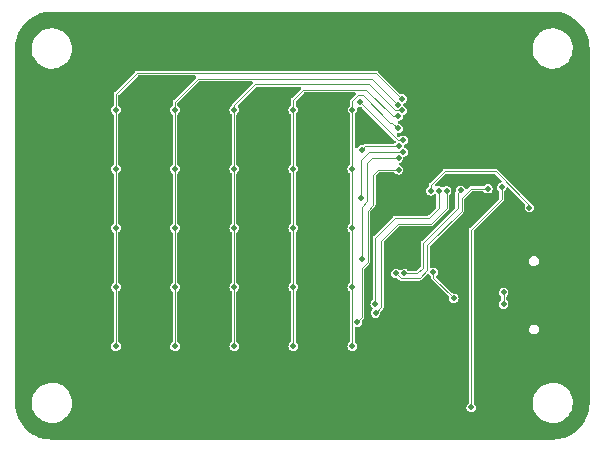
<source format=gbl>
G04 #@! TF.GenerationSoftware,KiCad,Pcbnew,(7.0.0)*
G04 #@! TF.CreationDate,2024-04-08T21:26:30+08:00*
G04 #@! TF.ProjectId,LocateMagnet,4c6f6361-7465-44d6-9167-6e65742e6b69,2.0*
G04 #@! TF.SameCoordinates,Original*
G04 #@! TF.FileFunction,Copper,L2,Bot*
G04 #@! TF.FilePolarity,Positive*
%FSLAX46Y46*%
G04 Gerber Fmt 4.6, Leading zero omitted, Abs format (unit mm)*
G04 Created by KiCad (PCBNEW (7.0.0)) date 2024-04-08 21:26:30*
%MOMM*%
%LPD*%
G01*
G04 APERTURE LIST*
G04 #@! TA.AperFunction,ComponentPad*
%ADD10O,2.100000X1.000000*%
G04 #@! TD*
G04 #@! TA.AperFunction,ComponentPad*
%ADD11O,1.600000X1.000000*%
G04 #@! TD*
G04 #@! TA.AperFunction,ViaPad*
%ADD12C,0.500000*%
G04 #@! TD*
G04 #@! TA.AperFunction,Conductor*
%ADD13C,0.100000*%
G04 #@! TD*
G04 APERTURE END LIST*
D10*
X116069999Y-70419999D03*
D11*
X120249999Y-70419999D03*
D10*
X116069999Y-61779999D03*
D11*
X120249999Y-61779999D03*
D12*
X105100000Y-66200000D03*
X83800000Y-64700000D03*
X93800000Y-64700000D03*
X83800000Y-59700000D03*
X103600000Y-75600000D03*
X111100000Y-46600000D03*
X98800000Y-49800000D03*
X105100000Y-67800000D03*
X109900000Y-68600000D03*
X98800000Y-69700000D03*
X113300000Y-50900000D03*
X83800000Y-54700000D03*
X111000000Y-77000000D03*
X113200000Y-48900000D03*
X103700000Y-59600000D03*
X116200000Y-54800000D03*
X111600000Y-47400000D03*
X78800000Y-59700000D03*
X120400000Y-54800000D03*
X114600000Y-55500000D03*
X110600000Y-53400000D03*
X78800000Y-49700000D03*
X98800000Y-59700000D03*
X106700000Y-67000000D03*
X109800000Y-78000000D03*
X88800000Y-54700000D03*
X105800000Y-56000000D03*
X110600000Y-47400000D03*
X112200000Y-68000000D03*
X93800000Y-69700000D03*
X106300000Y-61700000D03*
X110600000Y-52200000D03*
X102000000Y-51900000D03*
X105900000Y-67800000D03*
X111600000Y-48900000D03*
X83800000Y-69700000D03*
X110600000Y-48900000D03*
X120400000Y-56000000D03*
X112500000Y-74200000D03*
X93800000Y-59700000D03*
X98800000Y-54700000D03*
X105900000Y-66200000D03*
X114700000Y-50900000D03*
X109400000Y-54600000D03*
X93800000Y-54700000D03*
X108200000Y-54600000D03*
X88800000Y-49700000D03*
X93800000Y-49800000D03*
X107400000Y-45800000D03*
X109400000Y-53400000D03*
X88800000Y-69700000D03*
X106800000Y-56000000D03*
X78800000Y-69700000D03*
X108800000Y-78000000D03*
X114600000Y-53600000D03*
X113900000Y-47900000D03*
X113200000Y-47400000D03*
X108200000Y-52200000D03*
X110700000Y-68600000D03*
X88800000Y-59700000D03*
X78800000Y-64700000D03*
X112200000Y-65200000D03*
X112200000Y-63600000D03*
X83800000Y-49700000D03*
X110600000Y-54600000D03*
X106700000Y-66200000D03*
X109400000Y-52200000D03*
X105900000Y-67000000D03*
X100500000Y-71300000D03*
X108800000Y-71500000D03*
X108200000Y-53400000D03*
X108800000Y-75500000D03*
X107800000Y-65100000D03*
X88800000Y-64700000D03*
X106200000Y-57300000D03*
X112300000Y-46600000D03*
X109800000Y-71500000D03*
X105000000Y-61700000D03*
X112000000Y-56100000D03*
X103600000Y-71600000D03*
X102600000Y-75600000D03*
X106700000Y-67800000D03*
X105400000Y-58100000D03*
X98800000Y-64700000D03*
X106200000Y-47900000D03*
X105100000Y-67000000D03*
X109900000Y-46600000D03*
X108900000Y-68100000D03*
X106600000Y-46600000D03*
X78800000Y-54700000D03*
X116200000Y-56000000D03*
X112100000Y-50500000D03*
X114050000Y-65850000D03*
X114050000Y-66850000D03*
X109825000Y-66350000D03*
X108100000Y-64150000D03*
X101925000Y-49775000D03*
X105525000Y-52975000D03*
X81225000Y-70400000D03*
X81225000Y-55400000D03*
X81225000Y-65400000D03*
X81225000Y-50400000D03*
X105450000Y-49457500D03*
X81225000Y-60400000D03*
X86225000Y-55400000D03*
X86225000Y-65400000D03*
X105100000Y-49950000D03*
X86225000Y-60400000D03*
X86225000Y-70400000D03*
X86225000Y-50400000D03*
X91225000Y-55400000D03*
X105450000Y-50451607D03*
X91225000Y-65400000D03*
X91225000Y-60400000D03*
X91225000Y-70400000D03*
X91225000Y-50400000D03*
X96225000Y-70400000D03*
X105099604Y-50938049D03*
X96225000Y-55400000D03*
X96225000Y-60400000D03*
X96225000Y-50400000D03*
X96225000Y-65400000D03*
X101225000Y-55400000D03*
X101225000Y-65400000D03*
X105125000Y-51975000D03*
X101225000Y-70400000D03*
X101250000Y-50375000D03*
X101225000Y-60400000D03*
X105150000Y-53450000D03*
X102025000Y-53775000D03*
X105525000Y-53975000D03*
X102000000Y-57875000D03*
X102025000Y-63000000D03*
X105150000Y-54475000D03*
X101650000Y-68375000D03*
X105150000Y-55475000D03*
X108550000Y-57250000D03*
X103175000Y-66800000D03*
X109225000Y-57250000D03*
X103200000Y-67600000D03*
X110400000Y-57200000D03*
X105650000Y-64250000D03*
X112700000Y-57075000D03*
X104925000Y-64250000D03*
X107900000Y-57250000D03*
X116225000Y-58675000D03*
X111300000Y-75600000D03*
X113875000Y-56950000D03*
D13*
X114050000Y-66850000D02*
X114050000Y-65850000D01*
X109825000Y-66350000D02*
X108100000Y-64625000D01*
X108100000Y-64625000D02*
X108100000Y-64150000D01*
X105125000Y-52975000D02*
X101925000Y-49775000D01*
X105525000Y-52975000D02*
X105125000Y-52975000D01*
X81225000Y-55400000D02*
X81225000Y-60400000D01*
X81225000Y-50400000D02*
X81225000Y-55400000D01*
X81225000Y-65400000D02*
X81225000Y-70400000D01*
X81225000Y-60400000D02*
X81225000Y-65400000D01*
X81225000Y-49075000D02*
X81225000Y-50400000D01*
X103267500Y-47275000D02*
X83025000Y-47275000D01*
X105450000Y-49457500D02*
X103267500Y-47275000D01*
X83025000Y-47275000D02*
X81225000Y-49075000D01*
X102925000Y-47775000D02*
X88175000Y-47775000D01*
X105100000Y-49950000D02*
X102925000Y-47775000D01*
X86225000Y-50400000D02*
X86225000Y-55400000D01*
X88175000Y-47775000D02*
X86225000Y-49725000D01*
X86225000Y-55400000D02*
X86225000Y-60400000D01*
X86225000Y-49725000D02*
X86225000Y-50400000D01*
X86225000Y-60400000D02*
X86225000Y-65400000D01*
X86225000Y-65400000D02*
X86225000Y-70400000D01*
X91225000Y-60400000D02*
X91225000Y-65400000D01*
X91225000Y-55400000D02*
X91225000Y-60400000D01*
X105450000Y-50451607D02*
X104851607Y-50451607D01*
X91225000Y-50400000D02*
X91225000Y-55400000D01*
X91225000Y-65400000D02*
X91225000Y-70400000D01*
X102625000Y-48225000D02*
X93025000Y-48225000D01*
X104851607Y-50451607D02*
X102625000Y-48225000D01*
X93025000Y-48225000D02*
X91225000Y-50025000D01*
X91225000Y-50025000D02*
X91225000Y-50400000D01*
X96225000Y-55400000D02*
X96225000Y-60400000D01*
X96225000Y-50400000D02*
X96225000Y-55400000D01*
X102400000Y-48700000D02*
X97100000Y-48700000D01*
X104638049Y-50938049D02*
X102400000Y-48700000D01*
X96225000Y-60400000D02*
X96225000Y-65400000D01*
X96225000Y-49575000D02*
X96225000Y-50400000D01*
X97100000Y-48700000D02*
X96225000Y-49575000D01*
X96225000Y-65400000D02*
X96225000Y-70400000D01*
X105099604Y-50938049D02*
X104638049Y-50938049D01*
X101700000Y-49175000D02*
X102150000Y-49175000D01*
X101225000Y-55400000D02*
X101225000Y-60400000D01*
X101250000Y-49625000D02*
X101700000Y-49175000D01*
X101250000Y-50375000D02*
X101250000Y-55375000D01*
X101225000Y-60400000D02*
X101225000Y-65400000D01*
X101250000Y-50375000D02*
X101250000Y-49625000D01*
X101250000Y-55375000D02*
X101225000Y-55400000D01*
X101225000Y-65400000D02*
X101225000Y-70400000D01*
X102150000Y-49175000D02*
X104450000Y-51475000D01*
X104625000Y-51475000D02*
X105125000Y-51975000D01*
X104450000Y-51475000D02*
X104625000Y-51475000D01*
X102350000Y-53450000D02*
X102025000Y-53775000D01*
X105150000Y-53450000D02*
X102350000Y-53450000D01*
X105525000Y-53975000D02*
X102675000Y-53975000D01*
X102000000Y-54650000D02*
X102000000Y-57875000D01*
X102675000Y-53975000D02*
X102000000Y-54650000D01*
X102500000Y-54875000D02*
X102900000Y-54475000D01*
X102025000Y-58625000D02*
X102500000Y-58150000D01*
X102900000Y-54475000D02*
X105150000Y-54475000D01*
X102500000Y-58150000D02*
X102500000Y-54875000D01*
X102025000Y-63000000D02*
X102025000Y-58625000D01*
X103000000Y-58450000D02*
X103000000Y-55900000D01*
X103000000Y-55900000D02*
X103425000Y-55475000D01*
X102050000Y-67975000D02*
X102050000Y-63750000D01*
X103425000Y-55475000D02*
X105150000Y-55475000D01*
X102050000Y-63750000D02*
X102525000Y-63275000D01*
X102525000Y-58925000D02*
X103000000Y-58450000D01*
X102525000Y-63275000D02*
X102525000Y-58925000D01*
X101650000Y-68375000D02*
X102050000Y-67975000D01*
X107750000Y-59550000D02*
X108550000Y-58750000D01*
X103175000Y-61250000D02*
X104750000Y-59675000D01*
X103175000Y-66800000D02*
X103175000Y-61250000D01*
X108550000Y-58750000D02*
X108550000Y-57250000D01*
X104750000Y-59675000D02*
X104875000Y-59550000D01*
X104875000Y-59550000D02*
X107750000Y-59550000D01*
X109225000Y-58725000D02*
X109225000Y-57250000D01*
X107725000Y-60050000D02*
X107900000Y-60050000D01*
X105125000Y-60050000D02*
X107725000Y-60050000D01*
X103700000Y-61475000D02*
X105125000Y-60050000D01*
X103200000Y-67600000D02*
X103700000Y-67100000D01*
X108975000Y-58975000D02*
X109225000Y-58725000D01*
X103700000Y-67100000D02*
X103700000Y-61475000D01*
X107900000Y-60050000D02*
X108975000Y-58975000D01*
X105650000Y-64250000D02*
X106725000Y-64250000D01*
X106725000Y-64250000D02*
X107225000Y-63750000D01*
X110150000Y-57450000D02*
X110400000Y-57200000D01*
X107225000Y-63750000D02*
X107225000Y-61650000D01*
X110150000Y-58725000D02*
X110150000Y-57450000D01*
X107225000Y-61650000D02*
X110150000Y-58725000D01*
X104925000Y-64250000D02*
X105325000Y-64650000D01*
X105325000Y-64650000D02*
X106925000Y-64650000D01*
X106925000Y-64650000D02*
X107600000Y-63975000D01*
X110525000Y-57850000D02*
X111300000Y-57075000D01*
X107600000Y-63975000D02*
X107600000Y-61850000D01*
X111300000Y-57075000D02*
X112700000Y-57075000D01*
X110525000Y-58925000D02*
X110525000Y-57850000D01*
X107600000Y-61850000D02*
X110525000Y-58925000D01*
X116225000Y-58450000D02*
X113375000Y-55600000D01*
X113375000Y-55600000D02*
X109075000Y-55600000D01*
X109075000Y-55600000D02*
X107900000Y-56775000D01*
X107900000Y-56775000D02*
X107900000Y-57250000D01*
X116225000Y-58675000D02*
X116225000Y-58450000D01*
X113875000Y-57975000D02*
X113875000Y-56950000D01*
X111300000Y-75600000D02*
X111300000Y-60550000D01*
X111300000Y-60550000D02*
X113600000Y-58250000D01*
X113600000Y-58250000D02*
X113875000Y-57975000D01*
G04 #@! TA.AperFunction,Conductor*
G36*
X101798703Y-50160140D02*
G01*
X101799696Y-50160646D01*
X101925000Y-50180492D01*
X101967867Y-50173702D01*
X102025580Y-50178244D01*
X102074944Y-50208494D01*
X104862348Y-52995898D01*
X104894442Y-53051485D01*
X104894442Y-53115673D01*
X104862348Y-53171260D01*
X104821950Y-53211658D01*
X104820105Y-53209813D01*
X104789446Y-53235991D01*
X104733162Y-53249500D01*
X102386499Y-53249500D01*
X102383597Y-53249336D01*
X102373026Y-53245638D01*
X102359143Y-53247202D01*
X102345671Y-53248720D01*
X102336945Y-53249210D01*
X102334370Y-53249500D01*
X102327410Y-53249500D01*
X102320629Y-53251047D01*
X102318064Y-53251336D01*
X102309441Y-53252801D01*
X102295958Y-53254320D01*
X102295955Y-53254321D01*
X102282076Y-53255885D01*
X102272173Y-53262107D01*
X102260769Y-53264710D01*
X102249852Y-53273416D01*
X102249844Y-53273420D01*
X102239228Y-53281887D01*
X102232119Y-53286931D01*
X102230084Y-53288553D01*
X102224198Y-53292252D01*
X102219286Y-53297163D01*
X102217256Y-53298782D01*
X102210744Y-53304603D01*
X102200130Y-53313068D01*
X102200128Y-53313069D01*
X102189212Y-53321776D01*
X102184353Y-53331863D01*
X102182407Y-53334041D01*
X102174944Y-53341504D01*
X102125582Y-53371754D01*
X102067866Y-53376296D01*
X102034643Y-53371034D01*
X102034635Y-53371034D01*
X102025000Y-53369508D01*
X102015365Y-53371034D01*
X102015360Y-53371034D01*
X101909337Y-53387826D01*
X101909330Y-53387828D01*
X101899696Y-53389354D01*
X101891000Y-53393784D01*
X101890999Y-53393785D01*
X101795353Y-53442519D01*
X101795349Y-53442521D01*
X101786658Y-53446950D01*
X101779759Y-53453848D01*
X101779756Y-53453851D01*
X101703851Y-53529756D01*
X101703848Y-53529759D01*
X101696950Y-53536658D01*
X101692520Y-53545352D01*
X101692518Y-53545355D01*
X101684985Y-53560140D01*
X101640943Y-53608542D01*
X101578395Y-53627785D01*
X101514763Y-53612508D01*
X101467768Y-53566967D01*
X101450500Y-53503846D01*
X101450500Y-50791838D01*
X101464009Y-50735554D01*
X101490186Y-50704894D01*
X101488342Y-50703050D01*
X101510139Y-50681253D01*
X101578050Y-50613342D01*
X101635646Y-50500304D01*
X101655492Y-50375000D01*
X101643262Y-50297783D01*
X101649399Y-50235469D01*
X101685204Y-50184096D01*
X101741545Y-50156769D01*
X101798703Y-50160140D01*
G37*
G04 #@! TD.AperFunction*
G04 #@! TA.AperFunction,Conductor*
G36*
X118203243Y-42075669D02*
G01*
X118520112Y-42092276D01*
X118533020Y-42093633D01*
X118843213Y-42142763D01*
X118855873Y-42145453D01*
X119159260Y-42226745D01*
X119171586Y-42230751D01*
X119464785Y-42343299D01*
X119476627Y-42348571D01*
X119756476Y-42491162D01*
X119767692Y-42497638D01*
X120031092Y-42668691D01*
X120041573Y-42676306D01*
X120168558Y-42779136D01*
X120285652Y-42873957D01*
X120295297Y-42882642D01*
X120517357Y-43104702D01*
X120526042Y-43114347D01*
X120723691Y-43358423D01*
X120731310Y-43368911D01*
X120902358Y-43632301D01*
X120908840Y-43643529D01*
X121051423Y-43923361D01*
X121056702Y-43935219D01*
X121169247Y-44228410D01*
X121173257Y-44240751D01*
X121241354Y-44494893D01*
X121254541Y-44544105D01*
X121257239Y-44556801D01*
X121306366Y-44866979D01*
X121307723Y-44879887D01*
X121324330Y-45196756D01*
X121324500Y-45203246D01*
X121324500Y-75196754D01*
X121324330Y-75203244D01*
X121307723Y-75520112D01*
X121306366Y-75533020D01*
X121257239Y-75843198D01*
X121254541Y-75855894D01*
X121173258Y-76159246D01*
X121169247Y-76171589D01*
X121056702Y-76464780D01*
X121051423Y-76476638D01*
X120908844Y-76756464D01*
X120902354Y-76767704D01*
X120731315Y-77031082D01*
X120723686Y-77041583D01*
X120526042Y-77285652D01*
X120517357Y-77295297D01*
X120295297Y-77517357D01*
X120285652Y-77526042D01*
X120041583Y-77723686D01*
X120031082Y-77731315D01*
X119767704Y-77902354D01*
X119756464Y-77908844D01*
X119476638Y-78051423D01*
X119464780Y-78056702D01*
X119171589Y-78169247D01*
X119159246Y-78173258D01*
X118969949Y-78223979D01*
X118861791Y-78252961D01*
X118855894Y-78254541D01*
X118843198Y-78257239D01*
X118533020Y-78306366D01*
X118520112Y-78307723D01*
X118203244Y-78324330D01*
X118196754Y-78324500D01*
X75803246Y-78324500D01*
X75796756Y-78324330D01*
X75479887Y-78307723D01*
X75466979Y-78306366D01*
X75156801Y-78257239D01*
X75144111Y-78254542D01*
X74840751Y-78173257D01*
X74828410Y-78169247D01*
X74535219Y-78056702D01*
X74523361Y-78051423D01*
X74243529Y-77908840D01*
X74232301Y-77902358D01*
X73968911Y-77731310D01*
X73958423Y-77723691D01*
X73714347Y-77526042D01*
X73704702Y-77517357D01*
X73482642Y-77295297D01*
X73473957Y-77285652D01*
X73326299Y-77103310D01*
X73276306Y-77041573D01*
X73268691Y-77031092D01*
X73097638Y-76767692D01*
X73091162Y-76756476D01*
X72948571Y-76476627D01*
X72943297Y-76464780D01*
X72935531Y-76444550D01*
X72830751Y-76171586D01*
X72826745Y-76159260D01*
X72745453Y-75855873D01*
X72742763Y-75843213D01*
X72693633Y-75533020D01*
X72692276Y-75520112D01*
X72675670Y-75203244D01*
X72675500Y-75196754D01*
X72675500Y-75134675D01*
X74095748Y-75134675D01*
X74095929Y-75139423D01*
X74095930Y-75139423D01*
X74105566Y-75390842D01*
X74105567Y-75390853D01*
X74105749Y-75395593D01*
X74106651Y-75400248D01*
X74106653Y-75400258D01*
X74145267Y-75599361D01*
X74155462Y-75651927D01*
X74157067Y-75656398D01*
X74157070Y-75656406D01*
X74242111Y-75893187D01*
X74242114Y-75893194D01*
X74243721Y-75897668D01*
X74368459Y-76127057D01*
X74371348Y-76130847D01*
X74472692Y-76263799D01*
X74526750Y-76334716D01*
X74530176Y-76338013D01*
X74661895Y-76464780D01*
X74714886Y-76515778D01*
X74928456Y-76665999D01*
X75049609Y-76725986D01*
X75158195Y-76779751D01*
X75158198Y-76779752D01*
X75162453Y-76781859D01*
X75411395Y-76860641D01*
X75669445Y-76900500D01*
X75862798Y-76900500D01*
X75865177Y-76900500D01*
X76060344Y-76885516D01*
X76314586Y-76826021D01*
X76556766Y-76728414D01*
X76781208Y-76594982D01*
X76982652Y-76428852D01*
X77156375Y-76233920D01*
X77298306Y-76014753D01*
X77405118Y-75776489D01*
X77474307Y-75524713D01*
X77504252Y-75265325D01*
X77494251Y-75004407D01*
X77444538Y-74748073D01*
X77356279Y-74502332D01*
X77231541Y-74272943D01*
X77073250Y-74065284D01*
X76885114Y-73884222D01*
X76671544Y-73734001D01*
X76610772Y-73703911D01*
X76441804Y-73620248D01*
X76441795Y-73620244D01*
X76437547Y-73618141D01*
X76433021Y-73616708D01*
X76433017Y-73616707D01*
X76193131Y-73540791D01*
X76193126Y-73540790D01*
X76188605Y-73539359D01*
X76183925Y-73538636D01*
X76183916Y-73538634D01*
X75935245Y-73500224D01*
X75935239Y-73500223D01*
X75930555Y-73499500D01*
X75734823Y-73499500D01*
X75732456Y-73499681D01*
X75732448Y-73499682D01*
X75544401Y-73514119D01*
X75544391Y-73514120D01*
X75539656Y-73514484D01*
X75535028Y-73515566D01*
X75535021Y-73515568D01*
X75290049Y-73572894D01*
X75290044Y-73572895D01*
X75285414Y-73573979D01*
X75280999Y-73575758D01*
X75280997Y-73575759D01*
X75047644Y-73669808D01*
X75047637Y-73669811D01*
X75043234Y-73671586D01*
X75039159Y-73674008D01*
X75039150Y-73674013D01*
X74822879Y-73802587D01*
X74822867Y-73802595D01*
X74818792Y-73805018D01*
X74815132Y-73808036D01*
X74815124Y-73808042D01*
X74621018Y-73968121D01*
X74617348Y-73971148D01*
X74614185Y-73974696D01*
X74614182Y-73974700D01*
X74446790Y-74162527D01*
X74446781Y-74162538D01*
X74443625Y-74166080D01*
X74441044Y-74170065D01*
X74441036Y-74170076D01*
X74304282Y-74381249D01*
X74304276Y-74381259D01*
X74301694Y-74385247D01*
X74299749Y-74389584D01*
X74299746Y-74389591D01*
X74196825Y-74619175D01*
X74196821Y-74619183D01*
X74194882Y-74623511D01*
X74193625Y-74628082D01*
X74193622Y-74628093D01*
X74126952Y-74870702D01*
X74126949Y-74870714D01*
X74125693Y-74875287D01*
X74125148Y-74880003D01*
X74125148Y-74880006D01*
X74096292Y-75129955D01*
X74096291Y-75129966D01*
X74095748Y-75134675D01*
X72675500Y-75134675D01*
X72675500Y-70400000D01*
X80819508Y-70400000D01*
X80821035Y-70409641D01*
X80837826Y-70515662D01*
X80837827Y-70515667D01*
X80839354Y-70525304D01*
X80896950Y-70638342D01*
X80986658Y-70728050D01*
X81099696Y-70785646D01*
X81225000Y-70805492D01*
X81350304Y-70785646D01*
X81463342Y-70728050D01*
X81553050Y-70638342D01*
X81610646Y-70525304D01*
X81630492Y-70400000D01*
X81610646Y-70274696D01*
X81553050Y-70161658D01*
X81463342Y-70071950D01*
X81463341Y-70071950D01*
X81465186Y-70070105D01*
X81439009Y-70039446D01*
X81425500Y-69983162D01*
X81425500Y-65816838D01*
X81439009Y-65760554D01*
X81465186Y-65729894D01*
X81463342Y-65728050D01*
X81475393Y-65715999D01*
X81553050Y-65638342D01*
X81610646Y-65525304D01*
X81630492Y-65400000D01*
X81610646Y-65274696D01*
X81553050Y-65161658D01*
X81463342Y-65071950D01*
X81465186Y-65070105D01*
X81439009Y-65039446D01*
X81425500Y-64983162D01*
X81425500Y-60816838D01*
X81439009Y-60760554D01*
X81465186Y-60729894D01*
X81463342Y-60728050D01*
X81463342Y-60728049D01*
X81553050Y-60638342D01*
X81610646Y-60525304D01*
X81630492Y-60400000D01*
X81610646Y-60274696D01*
X81553050Y-60161658D01*
X81463342Y-60071950D01*
X81463341Y-60071950D01*
X81465186Y-60070105D01*
X81439009Y-60039446D01*
X81425500Y-59983162D01*
X81425500Y-55816838D01*
X81439009Y-55760554D01*
X81465186Y-55729894D01*
X81463342Y-55728050D01*
X81502383Y-55689009D01*
X81553050Y-55638342D01*
X81610646Y-55525304D01*
X81630492Y-55400000D01*
X81610646Y-55274696D01*
X81553050Y-55161658D01*
X81463342Y-55071950D01*
X81463341Y-55071950D01*
X81465186Y-55070105D01*
X81439009Y-55039446D01*
X81425500Y-54983162D01*
X81425500Y-50816838D01*
X81439009Y-50760554D01*
X81465186Y-50729894D01*
X81463342Y-50728050D01*
X81501443Y-50689949D01*
X81553050Y-50638342D01*
X81610646Y-50525304D01*
X81630492Y-50400000D01*
X81610646Y-50274696D01*
X81553050Y-50161658D01*
X81463342Y-50071950D01*
X81465186Y-50070105D01*
X81439009Y-50039446D01*
X81425500Y-49983162D01*
X81425500Y-49209411D01*
X81434939Y-49161958D01*
X81461819Y-49121730D01*
X83071731Y-47511819D01*
X83111959Y-47484939D01*
X83159412Y-47475500D01*
X87891588Y-47475500D01*
X87947883Y-47489015D01*
X87991906Y-47526615D01*
X88014061Y-47580102D01*
X88009519Y-47637818D01*
X87979269Y-47687181D01*
X86109043Y-49557406D01*
X86106864Y-49559353D01*
X86096776Y-49564212D01*
X86088068Y-49575129D01*
X86088066Y-49575132D01*
X86079599Y-49585749D01*
X86073788Y-49592251D01*
X86072167Y-49594282D01*
X86067252Y-49599199D01*
X86063552Y-49605085D01*
X86061941Y-49607106D01*
X86056890Y-49614224D01*
X86048418Y-49624847D01*
X86048415Y-49624852D01*
X86039710Y-49635769D01*
X86037107Y-49647171D01*
X86030884Y-49657076D01*
X86029320Y-49670954D01*
X86029319Y-49670958D01*
X86027801Y-49684439D01*
X86026338Y-49693049D01*
X86026047Y-49695628D01*
X86024500Y-49702410D01*
X86024500Y-49709364D01*
X86024209Y-49711947D01*
X86023721Y-49720659D01*
X86022201Y-49734145D01*
X86022201Y-49734148D01*
X86020638Y-49748026D01*
X86024336Y-49758595D01*
X86024500Y-49761505D01*
X86024500Y-49983162D01*
X86010991Y-50039446D01*
X85984813Y-50070105D01*
X85986658Y-50071950D01*
X85903851Y-50154756D01*
X85903848Y-50154759D01*
X85896950Y-50161658D01*
X85892521Y-50170349D01*
X85892519Y-50170353D01*
X85843785Y-50265999D01*
X85839354Y-50274696D01*
X85837828Y-50284330D01*
X85837826Y-50284337D01*
X85821941Y-50384641D01*
X85819508Y-50400000D01*
X85821035Y-50409641D01*
X85837826Y-50515662D01*
X85837827Y-50515667D01*
X85839354Y-50525304D01*
X85896950Y-50638342D01*
X85903851Y-50645243D01*
X85986658Y-50728050D01*
X85984813Y-50729894D01*
X86010991Y-50760554D01*
X86024500Y-50816838D01*
X86024500Y-54983162D01*
X86010991Y-55039446D01*
X85984813Y-55070105D01*
X85986658Y-55071950D01*
X85903851Y-55154756D01*
X85903848Y-55154759D01*
X85896950Y-55161658D01*
X85892521Y-55170349D01*
X85892519Y-55170353D01*
X85862252Y-55229756D01*
X85839354Y-55274696D01*
X85837828Y-55284330D01*
X85837826Y-55284337D01*
X85827475Y-55349696D01*
X85819508Y-55400000D01*
X85821035Y-55409641D01*
X85837826Y-55515662D01*
X85837827Y-55515667D01*
X85839354Y-55525304D01*
X85896950Y-55638342D01*
X85903851Y-55645243D01*
X85986658Y-55728050D01*
X85984813Y-55729894D01*
X86010991Y-55760554D01*
X86024500Y-55816838D01*
X86024500Y-59983162D01*
X86010991Y-60039446D01*
X85984813Y-60070105D01*
X85986658Y-60071950D01*
X85903851Y-60154756D01*
X85903848Y-60154759D01*
X85896950Y-60161658D01*
X85892521Y-60170349D01*
X85892519Y-60170353D01*
X85846873Y-60259939D01*
X85839354Y-60274696D01*
X85837828Y-60284330D01*
X85837826Y-60284337D01*
X85822295Y-60382406D01*
X85819508Y-60400000D01*
X85821035Y-60409641D01*
X85837826Y-60515662D01*
X85837827Y-60515667D01*
X85839354Y-60525304D01*
X85856507Y-60558968D01*
X85875747Y-60596730D01*
X85896950Y-60638342D01*
X85903851Y-60645243D01*
X85986658Y-60728050D01*
X85984813Y-60729894D01*
X86010991Y-60760554D01*
X86024500Y-60816838D01*
X86024500Y-64983162D01*
X86010991Y-65039446D01*
X85984813Y-65070105D01*
X85986658Y-65071950D01*
X85903851Y-65154756D01*
X85903848Y-65154759D01*
X85896950Y-65161658D01*
X85892521Y-65170349D01*
X85892519Y-65170353D01*
X85861186Y-65231848D01*
X85839354Y-65274696D01*
X85837828Y-65284330D01*
X85837826Y-65284337D01*
X85821529Y-65387236D01*
X85819508Y-65400000D01*
X85821035Y-65409641D01*
X85837826Y-65515662D01*
X85837827Y-65515667D01*
X85839354Y-65525304D01*
X85896950Y-65638342D01*
X85903850Y-65645242D01*
X85903851Y-65645243D01*
X85986658Y-65728050D01*
X85984813Y-65729894D01*
X86010991Y-65760554D01*
X86024500Y-65816838D01*
X86024500Y-69983162D01*
X86010991Y-70039446D01*
X85984813Y-70070105D01*
X85986658Y-70071950D01*
X85903851Y-70154756D01*
X85903848Y-70154759D01*
X85896950Y-70161658D01*
X85892521Y-70170349D01*
X85892519Y-70170353D01*
X85843785Y-70265999D01*
X85839354Y-70274696D01*
X85837828Y-70284330D01*
X85837826Y-70284337D01*
X85821529Y-70387236D01*
X85819508Y-70400000D01*
X85821035Y-70409641D01*
X85837826Y-70515662D01*
X85837827Y-70515667D01*
X85839354Y-70525304D01*
X85896950Y-70638342D01*
X85986658Y-70728050D01*
X86099696Y-70785646D01*
X86225000Y-70805492D01*
X86350304Y-70785646D01*
X86463342Y-70728050D01*
X86553050Y-70638342D01*
X86610646Y-70525304D01*
X86630492Y-70400000D01*
X86610646Y-70274696D01*
X86553050Y-70161658D01*
X86463342Y-70071950D01*
X86463341Y-70071950D01*
X86465186Y-70070105D01*
X86439009Y-70039446D01*
X86425500Y-69983162D01*
X86425500Y-65816838D01*
X86439009Y-65760554D01*
X86465186Y-65729894D01*
X86463342Y-65728050D01*
X86475393Y-65715999D01*
X86553050Y-65638342D01*
X86610646Y-65525304D01*
X86630492Y-65400000D01*
X86610646Y-65274696D01*
X86553050Y-65161658D01*
X86463342Y-65071950D01*
X86465186Y-65070105D01*
X86439009Y-65039446D01*
X86425500Y-64983162D01*
X86425500Y-60816838D01*
X86439009Y-60760554D01*
X86465186Y-60729894D01*
X86463342Y-60728050D01*
X86463342Y-60728049D01*
X86553050Y-60638342D01*
X86610646Y-60525304D01*
X86630492Y-60400000D01*
X86610646Y-60274696D01*
X86553050Y-60161658D01*
X86463342Y-60071950D01*
X86463341Y-60071950D01*
X86465186Y-60070105D01*
X86439009Y-60039446D01*
X86425500Y-59983162D01*
X86425500Y-55816838D01*
X86439009Y-55760554D01*
X86465186Y-55729894D01*
X86463342Y-55728050D01*
X86502383Y-55689009D01*
X86553050Y-55638342D01*
X86610646Y-55525304D01*
X86630492Y-55400000D01*
X86610646Y-55274696D01*
X86553050Y-55161658D01*
X86463342Y-55071950D01*
X86463341Y-55071950D01*
X86465186Y-55070105D01*
X86439009Y-55039446D01*
X86425500Y-54983162D01*
X86425500Y-50816838D01*
X86439009Y-50760554D01*
X86465186Y-50729894D01*
X86463342Y-50728050D01*
X86501443Y-50689949D01*
X86553050Y-50638342D01*
X86610646Y-50525304D01*
X86630492Y-50400000D01*
X86610646Y-50274696D01*
X86553050Y-50161658D01*
X86463342Y-50071950D01*
X86465186Y-50070105D01*
X86439009Y-50039446D01*
X86425500Y-49983162D01*
X86425500Y-49859411D01*
X86434939Y-49811958D01*
X86461819Y-49771730D01*
X88221731Y-48011819D01*
X88261959Y-47984939D01*
X88309412Y-47975500D01*
X92691588Y-47975500D01*
X92747883Y-47989015D01*
X92791906Y-48026615D01*
X92814061Y-48080102D01*
X92809519Y-48137818D01*
X92779269Y-48187181D01*
X91109043Y-49857406D01*
X91106864Y-49859353D01*
X91096776Y-49864212D01*
X91088068Y-49875129D01*
X91088066Y-49875132D01*
X91079599Y-49885749D01*
X91073788Y-49892251D01*
X91072167Y-49894282D01*
X91067252Y-49899199D01*
X91063552Y-49905085D01*
X91061941Y-49907106D01*
X91056890Y-49914224D01*
X91048418Y-49924847D01*
X91048415Y-49924852D01*
X91039710Y-49935769D01*
X91037107Y-49947171D01*
X91030884Y-49957076D01*
X91029320Y-49970954D01*
X91029319Y-49970958D01*
X91027801Y-49984439D01*
X91026338Y-49993048D01*
X91026082Y-49995326D01*
X91025814Y-49996134D01*
X91025474Y-49998138D01*
X91024500Y-50002407D01*
X91023790Y-50002245D01*
X91010017Y-50043845D01*
X90985586Y-50070878D01*
X90986658Y-50071950D01*
X90903851Y-50154756D01*
X90903848Y-50154759D01*
X90896950Y-50161658D01*
X90892521Y-50170349D01*
X90892519Y-50170353D01*
X90843785Y-50265999D01*
X90839354Y-50274696D01*
X90837828Y-50284330D01*
X90837826Y-50284337D01*
X90821941Y-50384641D01*
X90819508Y-50400000D01*
X90821035Y-50409641D01*
X90837826Y-50515662D01*
X90837827Y-50515667D01*
X90839354Y-50525304D01*
X90896950Y-50638342D01*
X90903851Y-50645243D01*
X90986658Y-50728050D01*
X90984813Y-50729894D01*
X91010991Y-50760554D01*
X91024500Y-50816838D01*
X91024500Y-54983162D01*
X91010991Y-55039446D01*
X90984813Y-55070105D01*
X90986658Y-55071950D01*
X90903851Y-55154756D01*
X90903848Y-55154759D01*
X90896950Y-55161658D01*
X90892521Y-55170349D01*
X90892519Y-55170353D01*
X90862252Y-55229756D01*
X90839354Y-55274696D01*
X90837828Y-55284330D01*
X90837826Y-55284337D01*
X90827475Y-55349696D01*
X90819508Y-55400000D01*
X90821035Y-55409641D01*
X90837826Y-55515662D01*
X90837827Y-55515667D01*
X90839354Y-55525304D01*
X90896950Y-55638342D01*
X90903851Y-55645243D01*
X90986658Y-55728050D01*
X90984813Y-55729894D01*
X91010991Y-55760554D01*
X91024500Y-55816838D01*
X91024500Y-59983162D01*
X91010991Y-60039446D01*
X90984813Y-60070105D01*
X90986658Y-60071950D01*
X90903851Y-60154756D01*
X90903848Y-60154759D01*
X90896950Y-60161658D01*
X90892521Y-60170349D01*
X90892519Y-60170353D01*
X90846873Y-60259939D01*
X90839354Y-60274696D01*
X90837828Y-60284330D01*
X90837826Y-60284337D01*
X90822295Y-60382406D01*
X90819508Y-60400000D01*
X90821035Y-60409641D01*
X90837826Y-60515662D01*
X90837827Y-60515667D01*
X90839354Y-60525304D01*
X90856507Y-60558968D01*
X90875747Y-60596730D01*
X90896950Y-60638342D01*
X90903851Y-60645243D01*
X90986658Y-60728050D01*
X90984813Y-60729894D01*
X91010991Y-60760554D01*
X91024500Y-60816838D01*
X91024500Y-64983162D01*
X91010991Y-65039446D01*
X90984813Y-65070105D01*
X90986658Y-65071950D01*
X90903851Y-65154756D01*
X90903848Y-65154759D01*
X90896950Y-65161658D01*
X90892521Y-65170349D01*
X90892519Y-65170353D01*
X90861186Y-65231848D01*
X90839354Y-65274696D01*
X90837828Y-65284330D01*
X90837826Y-65284337D01*
X90821529Y-65387236D01*
X90819508Y-65400000D01*
X90821035Y-65409641D01*
X90837826Y-65515662D01*
X90837827Y-65515667D01*
X90839354Y-65525304D01*
X90896950Y-65638342D01*
X90903850Y-65645242D01*
X90903851Y-65645243D01*
X90986658Y-65728050D01*
X90984813Y-65729894D01*
X91010991Y-65760554D01*
X91024500Y-65816838D01*
X91024500Y-69983162D01*
X91010991Y-70039446D01*
X90984813Y-70070105D01*
X90986658Y-70071950D01*
X90903851Y-70154756D01*
X90903848Y-70154759D01*
X90896950Y-70161658D01*
X90892521Y-70170349D01*
X90892519Y-70170353D01*
X90843785Y-70265999D01*
X90839354Y-70274696D01*
X90837828Y-70284330D01*
X90837826Y-70284337D01*
X90821529Y-70387236D01*
X90819508Y-70400000D01*
X90821035Y-70409641D01*
X90837826Y-70515662D01*
X90837827Y-70515667D01*
X90839354Y-70525304D01*
X90896950Y-70638342D01*
X90986658Y-70728050D01*
X91099696Y-70785646D01*
X91225000Y-70805492D01*
X91350304Y-70785646D01*
X91463342Y-70728050D01*
X91553050Y-70638342D01*
X91610646Y-70525304D01*
X91630492Y-70400000D01*
X91610646Y-70274696D01*
X91553050Y-70161658D01*
X91463342Y-70071950D01*
X91463341Y-70071950D01*
X91465186Y-70070105D01*
X91439009Y-70039446D01*
X91425500Y-69983162D01*
X91425500Y-65816838D01*
X91439009Y-65760554D01*
X91465186Y-65729894D01*
X91463342Y-65728050D01*
X91475393Y-65715999D01*
X91553050Y-65638342D01*
X91610646Y-65525304D01*
X91630492Y-65400000D01*
X91610646Y-65274696D01*
X91553050Y-65161658D01*
X91463342Y-65071950D01*
X91465186Y-65070105D01*
X91439009Y-65039446D01*
X91425500Y-64983162D01*
X91425500Y-60816838D01*
X91439009Y-60760554D01*
X91465186Y-60729894D01*
X91463342Y-60728050D01*
X91463342Y-60728049D01*
X91553050Y-60638342D01*
X91610646Y-60525304D01*
X91630492Y-60400000D01*
X91610646Y-60274696D01*
X91553050Y-60161658D01*
X91463342Y-60071950D01*
X91463341Y-60071950D01*
X91465186Y-60070105D01*
X91439009Y-60039446D01*
X91425500Y-59983162D01*
X91425500Y-55816838D01*
X91439009Y-55760554D01*
X91465186Y-55729894D01*
X91463342Y-55728050D01*
X91502383Y-55689009D01*
X91553050Y-55638342D01*
X91610646Y-55525304D01*
X91630492Y-55400000D01*
X91610646Y-55274696D01*
X91553050Y-55161658D01*
X91463342Y-55071950D01*
X91463341Y-55071950D01*
X91465186Y-55070105D01*
X91439009Y-55039446D01*
X91425500Y-54983162D01*
X91425500Y-50816838D01*
X91439009Y-50760554D01*
X91465186Y-50729894D01*
X91463342Y-50728050D01*
X91501443Y-50689949D01*
X91553050Y-50638342D01*
X91610646Y-50525304D01*
X91630492Y-50400000D01*
X91610646Y-50274696D01*
X91553050Y-50161658D01*
X91546147Y-50154755D01*
X91540414Y-50146864D01*
X91542435Y-50145395D01*
X91518057Y-50103172D01*
X91518057Y-50038984D01*
X91550151Y-49983397D01*
X91874486Y-49659063D01*
X93071730Y-48461819D01*
X93111959Y-48434939D01*
X93159412Y-48425500D01*
X96791587Y-48425500D01*
X96847882Y-48439015D01*
X96891905Y-48476615D01*
X96914060Y-48530102D01*
X96909518Y-48587818D01*
X96879268Y-48637181D01*
X96109043Y-49407406D01*
X96106864Y-49409353D01*
X96096776Y-49414212D01*
X96088068Y-49425129D01*
X96088066Y-49425132D01*
X96079599Y-49435749D01*
X96073788Y-49442251D01*
X96072167Y-49444282D01*
X96067252Y-49449199D01*
X96063552Y-49455085D01*
X96061941Y-49457106D01*
X96056890Y-49464224D01*
X96048418Y-49474847D01*
X96048415Y-49474852D01*
X96039710Y-49485769D01*
X96037107Y-49497171D01*
X96030884Y-49507076D01*
X96029320Y-49520954D01*
X96029319Y-49520958D01*
X96027801Y-49534439D01*
X96026338Y-49543049D01*
X96026047Y-49545628D01*
X96024500Y-49552410D01*
X96024500Y-49559364D01*
X96024209Y-49561947D01*
X96023721Y-49570659D01*
X96022201Y-49584145D01*
X96022201Y-49584148D01*
X96020638Y-49598026D01*
X96024336Y-49608595D01*
X96024500Y-49611505D01*
X96024500Y-49983162D01*
X96010991Y-50039446D01*
X95984813Y-50070105D01*
X95986658Y-50071950D01*
X95903851Y-50154756D01*
X95903848Y-50154759D01*
X95896950Y-50161658D01*
X95892521Y-50170349D01*
X95892519Y-50170353D01*
X95843785Y-50265999D01*
X95839354Y-50274696D01*
X95837828Y-50284330D01*
X95837826Y-50284337D01*
X95821941Y-50384641D01*
X95819508Y-50400000D01*
X95821035Y-50409641D01*
X95837826Y-50515662D01*
X95837827Y-50515667D01*
X95839354Y-50525304D01*
X95896950Y-50638342D01*
X95903851Y-50645243D01*
X95986658Y-50728050D01*
X95984813Y-50729894D01*
X96010991Y-50760554D01*
X96024500Y-50816838D01*
X96024500Y-54983162D01*
X96010991Y-55039446D01*
X95984813Y-55070105D01*
X95986658Y-55071950D01*
X95903851Y-55154756D01*
X95903848Y-55154759D01*
X95896950Y-55161658D01*
X95892521Y-55170349D01*
X95892519Y-55170353D01*
X95862252Y-55229756D01*
X95839354Y-55274696D01*
X95837828Y-55284330D01*
X95837826Y-55284337D01*
X95827475Y-55349696D01*
X95819508Y-55400000D01*
X95821035Y-55409641D01*
X95837826Y-55515662D01*
X95837827Y-55515667D01*
X95839354Y-55525304D01*
X95896950Y-55638342D01*
X95903851Y-55645243D01*
X95986658Y-55728050D01*
X95984813Y-55729894D01*
X96010991Y-55760554D01*
X96024500Y-55816838D01*
X96024500Y-59983162D01*
X96010991Y-60039446D01*
X95984813Y-60070105D01*
X95986658Y-60071950D01*
X95903851Y-60154756D01*
X95903848Y-60154759D01*
X95896950Y-60161658D01*
X95892521Y-60170349D01*
X95892519Y-60170353D01*
X95846873Y-60259939D01*
X95839354Y-60274696D01*
X95837828Y-60284330D01*
X95837826Y-60284337D01*
X95822295Y-60382406D01*
X95819508Y-60400000D01*
X95821035Y-60409641D01*
X95837826Y-60515662D01*
X95837827Y-60515667D01*
X95839354Y-60525304D01*
X95856507Y-60558968D01*
X95875747Y-60596730D01*
X95896950Y-60638342D01*
X95903851Y-60645243D01*
X95986658Y-60728050D01*
X95984813Y-60729894D01*
X96010991Y-60760554D01*
X96024500Y-60816838D01*
X96024500Y-64983162D01*
X96010991Y-65039446D01*
X95984813Y-65070105D01*
X95986658Y-65071950D01*
X95903851Y-65154756D01*
X95903848Y-65154759D01*
X95896950Y-65161658D01*
X95892521Y-65170349D01*
X95892519Y-65170353D01*
X95861186Y-65231848D01*
X95839354Y-65274696D01*
X95837828Y-65284330D01*
X95837826Y-65284337D01*
X95821529Y-65387236D01*
X95819508Y-65400000D01*
X95821035Y-65409641D01*
X95837826Y-65515662D01*
X95837827Y-65515667D01*
X95839354Y-65525304D01*
X95896950Y-65638342D01*
X95903850Y-65645242D01*
X95903851Y-65645243D01*
X95986658Y-65728050D01*
X95984813Y-65729894D01*
X96010991Y-65760554D01*
X96024500Y-65816838D01*
X96024500Y-69983162D01*
X96010991Y-70039446D01*
X95984813Y-70070105D01*
X95986658Y-70071950D01*
X95903851Y-70154756D01*
X95903848Y-70154759D01*
X95896950Y-70161658D01*
X95892521Y-70170349D01*
X95892519Y-70170353D01*
X95843785Y-70265999D01*
X95839354Y-70274696D01*
X95837828Y-70284330D01*
X95837826Y-70284337D01*
X95821529Y-70387236D01*
X95819508Y-70400000D01*
X95821035Y-70409641D01*
X95837826Y-70515662D01*
X95837827Y-70515667D01*
X95839354Y-70525304D01*
X95896950Y-70638342D01*
X95986658Y-70728050D01*
X96099696Y-70785646D01*
X96225000Y-70805492D01*
X96350304Y-70785646D01*
X96463342Y-70728050D01*
X96553050Y-70638342D01*
X96610646Y-70525304D01*
X96630492Y-70400000D01*
X96610646Y-70274696D01*
X96553050Y-70161658D01*
X96463342Y-70071950D01*
X96463341Y-70071950D01*
X96465186Y-70070105D01*
X96439009Y-70039446D01*
X96425500Y-69983162D01*
X96425500Y-65816838D01*
X96439009Y-65760554D01*
X96465186Y-65729894D01*
X96463342Y-65728050D01*
X96475393Y-65715999D01*
X96553050Y-65638342D01*
X96610646Y-65525304D01*
X96630492Y-65400000D01*
X96610646Y-65274696D01*
X96553050Y-65161658D01*
X96463342Y-65071950D01*
X96465186Y-65070105D01*
X96439009Y-65039446D01*
X96425500Y-64983162D01*
X96425500Y-60816838D01*
X96439009Y-60760554D01*
X96465186Y-60729894D01*
X96463342Y-60728050D01*
X96463342Y-60728049D01*
X96553050Y-60638342D01*
X96610646Y-60525304D01*
X96630492Y-60400000D01*
X96610646Y-60274696D01*
X96553050Y-60161658D01*
X96463342Y-60071950D01*
X96463341Y-60071950D01*
X96465186Y-60070105D01*
X96439009Y-60039446D01*
X96425500Y-59983162D01*
X96425500Y-55816838D01*
X96439009Y-55760554D01*
X96465186Y-55729894D01*
X96463342Y-55728050D01*
X96502383Y-55689009D01*
X96553050Y-55638342D01*
X96610646Y-55525304D01*
X96630492Y-55400000D01*
X96610646Y-55274696D01*
X96553050Y-55161658D01*
X96463342Y-55071950D01*
X96463341Y-55071950D01*
X96465186Y-55070105D01*
X96439009Y-55039446D01*
X96425500Y-54983162D01*
X96425500Y-50816838D01*
X96439009Y-50760554D01*
X96465186Y-50729894D01*
X96463342Y-50728050D01*
X96501443Y-50689949D01*
X96553050Y-50638342D01*
X96610646Y-50525304D01*
X96630492Y-50400000D01*
X96610646Y-50274696D01*
X96553050Y-50161658D01*
X96463342Y-50071950D01*
X96465186Y-50070105D01*
X96439009Y-50039446D01*
X96425500Y-49983162D01*
X96425500Y-49709411D01*
X96434939Y-49661958D01*
X96461819Y-49621730D01*
X97146731Y-48936819D01*
X97186959Y-48909939D01*
X97234412Y-48900500D01*
X101391588Y-48900500D01*
X101447883Y-48914015D01*
X101491906Y-48951615D01*
X101514061Y-49005102D01*
X101509519Y-49062818D01*
X101479269Y-49112181D01*
X101134043Y-49457406D01*
X101131864Y-49459353D01*
X101121776Y-49464212D01*
X101113068Y-49475129D01*
X101113066Y-49475132D01*
X101104599Y-49485749D01*
X101098788Y-49492251D01*
X101097167Y-49494282D01*
X101092252Y-49499199D01*
X101088552Y-49505085D01*
X101086941Y-49507106D01*
X101081890Y-49514224D01*
X101073418Y-49524847D01*
X101073415Y-49524852D01*
X101064710Y-49535769D01*
X101062107Y-49547171D01*
X101055884Y-49557076D01*
X101054320Y-49570954D01*
X101054319Y-49570958D01*
X101052801Y-49584439D01*
X101051338Y-49593049D01*
X101051047Y-49595628D01*
X101049500Y-49602410D01*
X101049500Y-49609364D01*
X101049209Y-49611947D01*
X101048721Y-49620659D01*
X101047201Y-49634145D01*
X101047201Y-49634148D01*
X101045638Y-49648026D01*
X101049336Y-49658595D01*
X101049500Y-49661505D01*
X101049500Y-49958162D01*
X101035991Y-50014446D01*
X101009813Y-50045105D01*
X101011658Y-50046950D01*
X100928851Y-50129756D01*
X100928848Y-50129759D01*
X100921950Y-50136658D01*
X100917521Y-50145349D01*
X100917519Y-50145353D01*
X100878486Y-50221960D01*
X100864354Y-50249696D01*
X100862828Y-50259330D01*
X100862826Y-50259337D01*
X100850694Y-50335944D01*
X100844508Y-50375000D01*
X100846035Y-50384641D01*
X100862826Y-50490662D01*
X100862827Y-50490667D01*
X100864354Y-50500304D01*
X100868785Y-50509000D01*
X100898474Y-50567269D01*
X100921950Y-50613342D01*
X100928851Y-50620243D01*
X101011658Y-50703050D01*
X101009813Y-50704894D01*
X101035991Y-50735554D01*
X101049500Y-50791838D01*
X101049500Y-54964998D01*
X101035985Y-55021292D01*
X100998388Y-55065314D01*
X100995350Y-55067521D01*
X100986658Y-55071950D01*
X100979760Y-55078847D01*
X100979757Y-55078850D01*
X100903851Y-55154756D01*
X100903848Y-55154759D01*
X100896950Y-55161658D01*
X100892521Y-55170349D01*
X100892519Y-55170353D01*
X100862252Y-55229756D01*
X100839354Y-55274696D01*
X100837828Y-55284330D01*
X100837826Y-55284337D01*
X100827475Y-55349696D01*
X100819508Y-55400000D01*
X100821035Y-55409641D01*
X100837826Y-55515662D01*
X100837827Y-55515667D01*
X100839354Y-55525304D01*
X100896950Y-55638342D01*
X100903851Y-55645243D01*
X100986658Y-55728050D01*
X100984813Y-55729894D01*
X101010991Y-55760554D01*
X101024500Y-55816838D01*
X101024500Y-59983162D01*
X101010991Y-60039446D01*
X100984813Y-60070105D01*
X100986658Y-60071950D01*
X100903851Y-60154756D01*
X100903848Y-60154759D01*
X100896950Y-60161658D01*
X100892521Y-60170349D01*
X100892519Y-60170353D01*
X100846873Y-60259939D01*
X100839354Y-60274696D01*
X100837828Y-60284330D01*
X100837826Y-60284337D01*
X100822295Y-60382406D01*
X100819508Y-60400000D01*
X100821035Y-60409641D01*
X100837826Y-60515662D01*
X100837827Y-60515667D01*
X100839354Y-60525304D01*
X100856507Y-60558968D01*
X100875747Y-60596730D01*
X100896950Y-60638342D01*
X100903851Y-60645243D01*
X100986658Y-60728050D01*
X100984813Y-60729894D01*
X101010991Y-60760554D01*
X101024500Y-60816838D01*
X101024500Y-64983162D01*
X101010991Y-65039446D01*
X100984813Y-65070105D01*
X100986658Y-65071950D01*
X100903851Y-65154756D01*
X100903848Y-65154759D01*
X100896950Y-65161658D01*
X100892521Y-65170349D01*
X100892519Y-65170353D01*
X100861186Y-65231848D01*
X100839354Y-65274696D01*
X100837828Y-65284330D01*
X100837826Y-65284337D01*
X100821529Y-65387236D01*
X100819508Y-65400000D01*
X100821035Y-65409641D01*
X100837826Y-65515662D01*
X100837827Y-65515667D01*
X100839354Y-65525304D01*
X100896950Y-65638342D01*
X100903850Y-65645242D01*
X100903851Y-65645243D01*
X100986658Y-65728050D01*
X100984813Y-65729894D01*
X101010991Y-65760554D01*
X101024500Y-65816838D01*
X101024500Y-69983162D01*
X101010991Y-70039446D01*
X100984813Y-70070105D01*
X100986658Y-70071950D01*
X100903851Y-70154756D01*
X100903848Y-70154759D01*
X100896950Y-70161658D01*
X100892521Y-70170349D01*
X100892519Y-70170353D01*
X100843785Y-70265999D01*
X100839354Y-70274696D01*
X100837828Y-70284330D01*
X100837826Y-70284337D01*
X100821529Y-70387236D01*
X100819508Y-70400000D01*
X100821035Y-70409641D01*
X100837826Y-70515662D01*
X100837827Y-70515667D01*
X100839354Y-70525304D01*
X100896950Y-70638342D01*
X100986658Y-70728050D01*
X101099696Y-70785646D01*
X101225000Y-70805492D01*
X101350304Y-70785646D01*
X101463342Y-70728050D01*
X101553050Y-70638342D01*
X101610646Y-70525304D01*
X101630492Y-70400000D01*
X101610646Y-70274696D01*
X101553050Y-70161658D01*
X101463342Y-70071950D01*
X101463341Y-70071950D01*
X101465186Y-70070105D01*
X101439009Y-70039446D01*
X101425500Y-69983162D01*
X101425500Y-68890120D01*
X101436890Y-68838206D01*
X101468968Y-68795830D01*
X101515841Y-68770776D01*
X101568897Y-68767647D01*
X101640358Y-68778965D01*
X101640359Y-68778965D01*
X101650000Y-68780492D01*
X101775304Y-68760646D01*
X101888342Y-68703050D01*
X101978050Y-68613342D01*
X102035646Y-68500304D01*
X102055492Y-68375000D01*
X102048702Y-68332130D01*
X102053244Y-68274418D01*
X102083492Y-68225056D01*
X102165967Y-68142581D01*
X102168130Y-68140648D01*
X102178224Y-68135788D01*
X102195395Y-68114254D01*
X102201195Y-68107766D01*
X102202815Y-68105733D01*
X102207748Y-68100802D01*
X102211456Y-68094898D01*
X102213082Y-68092860D01*
X102218121Y-68085758D01*
X102235290Y-68064231D01*
X102237892Y-68052826D01*
X102244115Y-68042924D01*
X102247197Y-68015557D01*
X102248658Y-68006964D01*
X102248948Y-68004386D01*
X102250500Y-67997590D01*
X102250500Y-67990618D01*
X102250789Y-67988053D01*
X102251280Y-67979329D01*
X102252133Y-67971754D01*
X102254362Y-67951974D01*
X102250663Y-67941402D01*
X102250500Y-67938501D01*
X102250500Y-66800000D01*
X102769508Y-66800000D01*
X102771035Y-66809641D01*
X102787826Y-66915662D01*
X102787827Y-66915667D01*
X102789354Y-66925304D01*
X102846950Y-67038342D01*
X102853851Y-67045243D01*
X102933427Y-67124819D01*
X102965521Y-67180406D01*
X102965521Y-67244594D01*
X102933427Y-67300181D01*
X102878851Y-67354756D01*
X102878848Y-67354759D01*
X102871950Y-67361658D01*
X102867521Y-67370349D01*
X102867519Y-67370353D01*
X102818785Y-67465999D01*
X102814354Y-67474696D01*
X102812828Y-67484330D01*
X102812826Y-67484337D01*
X102810438Y-67499418D01*
X102794508Y-67600000D01*
X102796035Y-67609641D01*
X102812826Y-67715662D01*
X102812827Y-67715667D01*
X102814354Y-67725304D01*
X102871950Y-67838342D01*
X102961658Y-67928050D01*
X103074696Y-67985646D01*
X103084336Y-67987172D01*
X103084337Y-67987173D01*
X103137348Y-67995569D01*
X103200000Y-68005492D01*
X103325304Y-67985646D01*
X103438342Y-67928050D01*
X103528050Y-67838342D01*
X103585646Y-67725304D01*
X103605492Y-67600000D01*
X103598702Y-67557130D01*
X103603244Y-67499418D01*
X103633492Y-67450056D01*
X103815967Y-67267581D01*
X103818130Y-67265648D01*
X103828224Y-67260788D01*
X103845395Y-67239254D01*
X103851202Y-67232758D01*
X103852818Y-67230730D01*
X103857749Y-67225801D01*
X103861459Y-67219896D01*
X103863075Y-67217870D01*
X103868123Y-67210757D01*
X103876577Y-67200156D01*
X103876576Y-67200156D01*
X103885290Y-67189231D01*
X103887892Y-67177828D01*
X103894116Y-67167924D01*
X103897198Y-67140559D01*
X103898658Y-67131964D01*
X103898948Y-67129384D01*
X103900500Y-67122590D01*
X103900500Y-67115624D01*
X103900790Y-67113052D01*
X103901279Y-67104341D01*
X103902798Y-67090854D01*
X103904362Y-67076974D01*
X103900663Y-67066404D01*
X103900500Y-67063495D01*
X103900500Y-64250000D01*
X104519508Y-64250000D01*
X104521035Y-64259641D01*
X104537826Y-64365662D01*
X104537827Y-64365667D01*
X104539354Y-64375304D01*
X104596950Y-64488342D01*
X104686658Y-64578050D01*
X104799696Y-64635646D01*
X104925000Y-64655492D01*
X104967867Y-64648702D01*
X105025580Y-64653244D01*
X105074944Y-64683494D01*
X105157411Y-64765961D01*
X105159351Y-64768132D01*
X105164212Y-64778224D01*
X105185747Y-64795398D01*
X105192249Y-64801209D01*
X105194272Y-64802822D01*
X105199198Y-64807748D01*
X105205099Y-64811455D01*
X105207133Y-64813077D01*
X105214235Y-64818116D01*
X105235769Y-64835290D01*
X105247173Y-64837892D01*
X105257076Y-64844115D01*
X105284435Y-64847197D01*
X105293054Y-64848661D01*
X105295620Y-64848950D01*
X105302410Y-64850500D01*
X105309373Y-64850500D01*
X105311938Y-64850789D01*
X105320671Y-64851280D01*
X105348026Y-64854362D01*
X105358597Y-64850663D01*
X105361499Y-64850500D01*
X106888495Y-64850500D01*
X106891404Y-64850663D01*
X106901974Y-64854362D01*
X106929341Y-64851278D01*
X106938052Y-64850790D01*
X106940624Y-64850500D01*
X106947590Y-64850500D01*
X106954384Y-64848948D01*
X106956964Y-64848658D01*
X106965559Y-64847198D01*
X106992924Y-64844116D01*
X107002828Y-64837892D01*
X107014231Y-64835290D01*
X107035774Y-64818108D01*
X107042872Y-64813073D01*
X107044898Y-64811456D01*
X107050801Y-64807748D01*
X107055729Y-64802818D01*
X107057758Y-64801201D01*
X107064249Y-64795399D01*
X107085788Y-64778224D01*
X107090648Y-64768129D01*
X107092580Y-64765967D01*
X107549418Y-64309129D01*
X107598779Y-64278881D01*
X107656495Y-64274339D01*
X107709982Y-64296494D01*
X107747582Y-64340517D01*
X107766794Y-64378224D01*
X107771950Y-64388342D01*
X107778850Y-64395242D01*
X107778851Y-64395243D01*
X107861658Y-64478050D01*
X107859813Y-64479894D01*
X107885991Y-64510554D01*
X107899500Y-64566838D01*
X107899500Y-64588495D01*
X107899336Y-64591404D01*
X107895638Y-64601974D01*
X107897201Y-64615851D01*
X107897201Y-64615854D01*
X107898721Y-64629341D01*
X107899209Y-64638042D01*
X107899500Y-64640625D01*
X107899500Y-64647590D01*
X107901049Y-64654381D01*
X107901340Y-64656957D01*
X107902800Y-64665554D01*
X107905884Y-64692924D01*
X107912107Y-64702828D01*
X107914710Y-64714231D01*
X107923417Y-64725150D01*
X107923419Y-64725153D01*
X107931888Y-64735772D01*
X107936932Y-64742880D01*
X107938546Y-64744904D01*
X107942252Y-64750801D01*
X107947171Y-64755720D01*
X107948794Y-64757755D01*
X107954601Y-64764252D01*
X107957340Y-64767687D01*
X107971776Y-64785788D01*
X107981867Y-64790647D01*
X107984042Y-64792591D01*
X109391504Y-66200054D01*
X109421754Y-66249416D01*
X109426297Y-66307131D01*
X109421034Y-66340361D01*
X109421034Y-66340365D01*
X109419508Y-66350000D01*
X109421034Y-66359635D01*
X109421034Y-66359639D01*
X109437826Y-66465662D01*
X109437827Y-66465667D01*
X109439354Y-66475304D01*
X109496950Y-66588342D01*
X109586658Y-66678050D01*
X109699696Y-66735646D01*
X109825000Y-66755492D01*
X109950304Y-66735646D01*
X110063342Y-66678050D01*
X110153050Y-66588342D01*
X110210646Y-66475304D01*
X110230492Y-66350000D01*
X110210646Y-66224696D01*
X110153050Y-66111658D01*
X110063342Y-66021950D01*
X109950304Y-65964354D01*
X109940667Y-65962827D01*
X109940662Y-65962826D01*
X109834639Y-65946034D01*
X109834635Y-65946034D01*
X109825000Y-65944508D01*
X109815365Y-65946034D01*
X109815361Y-65946034D01*
X109782131Y-65951297D01*
X109724416Y-65946754D01*
X109675054Y-65916504D01*
X109028715Y-65270165D01*
X108375150Y-64616601D01*
X108343057Y-64561014D01*
X108343057Y-64496827D01*
X108375150Y-64441241D01*
X108428050Y-64388342D01*
X108485646Y-64275304D01*
X108505492Y-64150000D01*
X108485646Y-64024696D01*
X108428050Y-63911658D01*
X108338342Y-63821950D01*
X108225304Y-63764354D01*
X108215667Y-63762827D01*
X108215662Y-63762826D01*
X108109641Y-63746035D01*
X108100000Y-63744508D01*
X108090359Y-63746035D01*
X107984334Y-63762827D01*
X107984330Y-63762827D01*
X107974696Y-63764354D01*
X107966003Y-63768782D01*
X107962815Y-63769819D01*
X107905100Y-63774360D01*
X107851613Y-63752204D01*
X107814015Y-63708181D01*
X107800500Y-63651887D01*
X107800500Y-61984411D01*
X107809939Y-61936958D01*
X107836819Y-61896730D01*
X109237591Y-60495958D01*
X110640972Y-59092576D01*
X110643130Y-59090647D01*
X110653224Y-59085788D01*
X110670395Y-59064254D01*
X110676202Y-59057758D01*
X110677818Y-59055730D01*
X110682749Y-59050801D01*
X110686459Y-59044896D01*
X110688075Y-59042870D01*
X110693123Y-59035757D01*
X110701577Y-59025156D01*
X110701576Y-59025156D01*
X110710290Y-59014231D01*
X110712892Y-59002828D01*
X110719116Y-58992924D01*
X110722200Y-58965546D01*
X110723657Y-58956972D01*
X110723948Y-58954388D01*
X110725500Y-58947590D01*
X110725500Y-58940616D01*
X110725790Y-58938042D01*
X110726280Y-58929338D01*
X110726294Y-58929212D01*
X110729363Y-58901974D01*
X110725663Y-58891401D01*
X110725500Y-58888492D01*
X110725500Y-57984411D01*
X110734939Y-57936958D01*
X110761819Y-57896730D01*
X111346731Y-57311819D01*
X111386959Y-57284939D01*
X111434412Y-57275500D01*
X112283162Y-57275500D01*
X112339446Y-57289009D01*
X112370105Y-57315186D01*
X112371950Y-57313342D01*
X112461658Y-57403050D01*
X112574696Y-57460646D01*
X112700000Y-57480492D01*
X112825304Y-57460646D01*
X112938342Y-57403050D01*
X113028050Y-57313342D01*
X113085646Y-57200304D01*
X113105492Y-57075000D01*
X113085646Y-56949696D01*
X113028050Y-56836658D01*
X112938342Y-56746950D01*
X112825304Y-56689354D01*
X112815667Y-56687827D01*
X112815662Y-56687826D01*
X112709641Y-56671035D01*
X112700000Y-56669508D01*
X112690359Y-56671035D01*
X112584337Y-56687826D01*
X112584330Y-56687828D01*
X112574696Y-56689354D01*
X112566000Y-56693784D01*
X112565999Y-56693785D01*
X112470353Y-56742519D01*
X112470349Y-56742521D01*
X112461658Y-56746950D01*
X112454759Y-56753848D01*
X112454756Y-56753851D01*
X112371950Y-56836658D01*
X112370105Y-56834813D01*
X112339446Y-56860991D01*
X112283162Y-56874500D01*
X111336509Y-56874500D01*
X111333599Y-56874336D01*
X111323027Y-56870637D01*
X111309144Y-56872201D01*
X111295663Y-56873720D01*
X111286955Y-56874209D01*
X111284372Y-56874500D01*
X111277410Y-56874500D01*
X111270619Y-56876049D01*
X111268048Y-56876339D01*
X111259457Y-56877798D01*
X111245959Y-56879319D01*
X111245956Y-56879319D01*
X111232076Y-56880884D01*
X111222171Y-56887107D01*
X111210769Y-56889710D01*
X111199852Y-56898415D01*
X111199847Y-56898418D01*
X111189233Y-56906883D01*
X111182100Y-56911945D01*
X111180085Y-56913551D01*
X111174199Y-56917251D01*
X111169285Y-56922164D01*
X111167259Y-56923780D01*
X111160744Y-56929603D01*
X111150130Y-56938068D01*
X111150128Y-56938069D01*
X111139212Y-56946776D01*
X111134353Y-56956863D01*
X111132407Y-56959041D01*
X110984193Y-57107255D01*
X110930168Y-57138919D01*
X110867559Y-57140146D01*
X110812334Y-57110624D01*
X110788431Y-57073276D01*
X110785646Y-57074696D01*
X110728050Y-56961658D01*
X110638342Y-56871950D01*
X110525304Y-56814354D01*
X110515667Y-56812827D01*
X110515662Y-56812826D01*
X110409641Y-56796035D01*
X110400000Y-56794508D01*
X110390359Y-56796035D01*
X110284337Y-56812826D01*
X110284330Y-56812828D01*
X110274696Y-56814354D01*
X110266000Y-56818784D01*
X110265999Y-56818785D01*
X110170353Y-56867519D01*
X110170349Y-56867521D01*
X110161658Y-56871950D01*
X110154759Y-56878848D01*
X110154756Y-56878851D01*
X110078851Y-56954756D01*
X110078848Y-56954759D01*
X110071950Y-56961658D01*
X110067521Y-56970349D01*
X110067519Y-56970353D01*
X110019111Y-57065359D01*
X110014354Y-57074696D01*
X110012828Y-57084330D01*
X110012826Y-57084337D01*
X109997732Y-57179646D01*
X109994508Y-57200000D01*
X110000900Y-57240359D01*
X110002265Y-57248976D01*
X109999686Y-57300015D01*
X109976743Y-57345679D01*
X109973418Y-57349848D01*
X109973416Y-57349850D01*
X109964710Y-57360769D01*
X109962107Y-57372171D01*
X109955884Y-57382076D01*
X109954320Y-57395954D01*
X109954319Y-57395958D01*
X109952801Y-57409439D01*
X109951338Y-57418049D01*
X109951047Y-57420628D01*
X109949500Y-57427410D01*
X109949500Y-57434364D01*
X109949209Y-57436947D01*
X109948721Y-57445659D01*
X109947201Y-57459145D01*
X109947201Y-57459148D01*
X109945638Y-57473026D01*
X109949336Y-57483595D01*
X109949500Y-57486505D01*
X109949500Y-58590588D01*
X109940061Y-58638041D01*
X109913181Y-58678269D01*
X107109043Y-61482406D01*
X107106864Y-61484353D01*
X107096776Y-61489212D01*
X107088068Y-61500129D01*
X107088066Y-61500132D01*
X107079599Y-61510749D01*
X107073788Y-61517251D01*
X107072167Y-61519282D01*
X107067252Y-61524199D01*
X107063552Y-61530085D01*
X107061941Y-61532106D01*
X107056890Y-61539224D01*
X107048418Y-61549847D01*
X107048415Y-61549852D01*
X107039710Y-61560769D01*
X107037107Y-61572171D01*
X107030884Y-61582076D01*
X107029320Y-61595954D01*
X107029319Y-61595958D01*
X107027801Y-61609439D01*
X107026338Y-61618049D01*
X107026047Y-61620628D01*
X107024500Y-61627410D01*
X107024500Y-61634364D01*
X107024209Y-61636947D01*
X107023721Y-61645659D01*
X107022201Y-61659145D01*
X107022201Y-61659148D01*
X107020638Y-61673026D01*
X107024336Y-61683595D01*
X107024500Y-61686505D01*
X107024500Y-63615588D01*
X107015061Y-63663041D01*
X106988181Y-63703269D01*
X106678270Y-64013181D01*
X106638042Y-64040061D01*
X106590589Y-64049500D01*
X106066838Y-64049500D01*
X106010554Y-64035991D01*
X105979894Y-64009813D01*
X105978050Y-64011658D01*
X105888342Y-63921950D01*
X105866435Y-63910788D01*
X105784000Y-63868785D01*
X105775304Y-63864354D01*
X105765667Y-63862827D01*
X105765662Y-63862826D01*
X105659641Y-63846035D01*
X105650000Y-63844508D01*
X105640359Y-63846035D01*
X105534337Y-63862826D01*
X105534330Y-63862828D01*
X105524696Y-63864354D01*
X105516000Y-63868784D01*
X105515999Y-63868785D01*
X105420353Y-63917519D01*
X105420349Y-63917521D01*
X105411658Y-63921950D01*
X105404759Y-63928848D01*
X105404756Y-63928851D01*
X105375181Y-63958427D01*
X105319594Y-63990521D01*
X105255406Y-63990521D01*
X105199819Y-63958427D01*
X105170243Y-63928851D01*
X105170243Y-63928850D01*
X105163342Y-63921950D01*
X105141435Y-63910788D01*
X105059000Y-63868785D01*
X105050304Y-63864354D01*
X105040667Y-63862827D01*
X105040662Y-63862826D01*
X104934641Y-63846035D01*
X104925000Y-63844508D01*
X104915359Y-63846035D01*
X104809337Y-63862826D01*
X104809330Y-63862828D01*
X104799696Y-63864354D01*
X104791000Y-63868784D01*
X104790999Y-63868785D01*
X104695353Y-63917519D01*
X104695349Y-63917521D01*
X104686658Y-63921950D01*
X104679759Y-63928848D01*
X104679756Y-63928851D01*
X104603851Y-64004756D01*
X104603848Y-64004759D01*
X104596950Y-64011658D01*
X104592521Y-64020349D01*
X104592519Y-64020353D01*
X104577668Y-64049500D01*
X104539354Y-64124696D01*
X104537828Y-64134330D01*
X104537826Y-64134337D01*
X104521529Y-64237236D01*
X104519508Y-64250000D01*
X103900500Y-64250000D01*
X103900500Y-61609411D01*
X103909939Y-61561958D01*
X103936819Y-61521730D01*
X105171731Y-60286819D01*
X105211959Y-60259939D01*
X105259412Y-60250500D01*
X107702410Y-60250500D01*
X107747590Y-60250500D01*
X107863495Y-60250500D01*
X107866404Y-60250663D01*
X107876974Y-60254362D01*
X107904341Y-60251278D01*
X107913052Y-60250790D01*
X107915624Y-60250500D01*
X107922590Y-60250500D01*
X107929384Y-60248948D01*
X107931964Y-60248658D01*
X107940559Y-60247198D01*
X107967924Y-60244116D01*
X107977828Y-60237892D01*
X107989231Y-60235290D01*
X108010774Y-60218108D01*
X108017872Y-60213073D01*
X108019898Y-60211456D01*
X108025801Y-60207748D01*
X108030729Y-60202818D01*
X108032758Y-60201201D01*
X108039249Y-60195399D01*
X108060788Y-60178224D01*
X108065648Y-60168129D01*
X108067580Y-60165967D01*
X109132749Y-59100801D01*
X109132750Y-59100798D01*
X109340967Y-58892581D01*
X109343130Y-58890648D01*
X109353224Y-58885788D01*
X109370395Y-58864254D01*
X109376195Y-58857766D01*
X109377815Y-58855733D01*
X109382748Y-58850802D01*
X109386456Y-58844898D01*
X109388082Y-58842860D01*
X109393121Y-58835758D01*
X109410290Y-58814231D01*
X109412892Y-58802826D01*
X109419115Y-58792924D01*
X109422197Y-58765557D01*
X109423658Y-58756964D01*
X109423948Y-58754386D01*
X109425500Y-58747590D01*
X109425500Y-58740618D01*
X109425789Y-58738053D01*
X109426280Y-58729329D01*
X109426545Y-58726974D01*
X109429362Y-58701974D01*
X109425663Y-58691402D01*
X109425500Y-58688501D01*
X109425500Y-57666838D01*
X109439009Y-57610554D01*
X109465186Y-57579894D01*
X109463342Y-57578050D01*
X109496287Y-57545105D01*
X109553050Y-57488342D01*
X109610646Y-57375304D01*
X109630492Y-57250000D01*
X109610646Y-57124696D01*
X109553050Y-57011658D01*
X109463342Y-56921950D01*
X109433771Y-56906883D01*
X109373826Y-56876339D01*
X109350304Y-56864354D01*
X109340667Y-56862827D01*
X109340662Y-56862826D01*
X109234641Y-56846035D01*
X109225000Y-56844508D01*
X109215359Y-56846035D01*
X109109337Y-56862826D01*
X109109330Y-56862828D01*
X109099696Y-56864354D01*
X109091000Y-56868784D01*
X109090999Y-56868785D01*
X108995353Y-56917519D01*
X108995349Y-56917521D01*
X108986658Y-56921950D01*
X108979759Y-56928848D01*
X108979756Y-56928851D01*
X108975181Y-56933427D01*
X108919594Y-56965521D01*
X108855406Y-56965521D01*
X108799819Y-56933427D01*
X108795243Y-56928851D01*
X108788342Y-56921950D01*
X108758771Y-56906883D01*
X108698826Y-56876339D01*
X108675304Y-56864354D01*
X108665667Y-56862827D01*
X108665662Y-56862826D01*
X108559641Y-56846035D01*
X108550000Y-56844508D01*
X108540359Y-56846035D01*
X108434335Y-56862827D01*
X108434332Y-56862827D01*
X108424696Y-56864354D01*
X108420781Y-56866348D01*
X108358590Y-56869279D01*
X108300758Y-56838656D01*
X108266567Y-56782859D01*
X108265540Y-56717427D01*
X108297961Y-56660587D01*
X109121730Y-55836818D01*
X109161958Y-55809939D01*
X109209411Y-55800500D01*
X113240589Y-55800500D01*
X113288042Y-55809939D01*
X113328270Y-55836819D01*
X113841867Y-56350416D01*
X113874760Y-56409149D01*
X113872117Y-56476414D01*
X113834719Y-56532386D01*
X113773586Y-56560570D01*
X113759337Y-56562827D01*
X113749696Y-56564354D01*
X113741000Y-56568784D01*
X113740999Y-56568785D01*
X113645353Y-56617519D01*
X113645349Y-56617521D01*
X113636658Y-56621950D01*
X113629759Y-56628848D01*
X113629756Y-56628851D01*
X113553851Y-56704756D01*
X113553848Y-56704759D01*
X113546950Y-56711658D01*
X113542521Y-56720349D01*
X113542519Y-56720353D01*
X113493785Y-56815999D01*
X113489354Y-56824696D01*
X113487828Y-56834330D01*
X113487826Y-56834337D01*
X113472133Y-56933427D01*
X113469508Y-56950000D01*
X113471035Y-56959641D01*
X113487826Y-57065662D01*
X113487827Y-57065667D01*
X113489354Y-57075304D01*
X113546950Y-57188342D01*
X113553851Y-57195243D01*
X113636658Y-57278050D01*
X113634813Y-57279894D01*
X113660991Y-57310554D01*
X113674500Y-57366838D01*
X113674500Y-57840588D01*
X113665061Y-57888041D01*
X113638181Y-57928269D01*
X113474198Y-58092252D01*
X111184043Y-60382406D01*
X111181864Y-60384353D01*
X111171776Y-60389212D01*
X111163068Y-60400129D01*
X111163066Y-60400132D01*
X111154599Y-60410749D01*
X111148788Y-60417251D01*
X111147167Y-60419282D01*
X111142252Y-60424199D01*
X111138552Y-60430085D01*
X111136941Y-60432106D01*
X111131890Y-60439224D01*
X111123418Y-60449847D01*
X111123415Y-60449852D01*
X111114710Y-60460769D01*
X111112107Y-60472171D01*
X111105884Y-60482076D01*
X111104320Y-60495954D01*
X111104319Y-60495958D01*
X111102801Y-60509439D01*
X111101338Y-60518049D01*
X111101047Y-60520628D01*
X111099500Y-60527410D01*
X111099500Y-60534364D01*
X111099209Y-60536947D01*
X111098721Y-60545659D01*
X111097201Y-60559145D01*
X111097201Y-60559148D01*
X111095638Y-60573026D01*
X111099336Y-60583595D01*
X111099500Y-60586505D01*
X111099500Y-75183162D01*
X111085991Y-75239446D01*
X111059813Y-75270105D01*
X111061658Y-75271950D01*
X110978851Y-75354756D01*
X110978848Y-75354759D01*
X110971950Y-75361658D01*
X110967521Y-75370349D01*
X110967519Y-75370353D01*
X110954659Y-75395593D01*
X110914354Y-75474696D01*
X110912828Y-75484330D01*
X110912826Y-75484337D01*
X110896529Y-75587236D01*
X110894508Y-75600000D01*
X110896035Y-75609641D01*
X110912826Y-75715662D01*
X110912827Y-75715667D01*
X110914354Y-75725304D01*
X110971950Y-75838342D01*
X111061658Y-75928050D01*
X111174696Y-75985646D01*
X111300000Y-76005492D01*
X111425304Y-75985646D01*
X111538342Y-75928050D01*
X111628050Y-75838342D01*
X111685646Y-75725304D01*
X111705492Y-75600000D01*
X111685646Y-75474696D01*
X111628050Y-75361658D01*
X111538342Y-75271950D01*
X111540186Y-75270105D01*
X111514009Y-75239446D01*
X111500500Y-75183162D01*
X111500500Y-75134675D01*
X116495748Y-75134675D01*
X116495929Y-75139423D01*
X116495930Y-75139423D01*
X116505566Y-75390842D01*
X116505567Y-75390853D01*
X116505749Y-75395593D01*
X116506651Y-75400248D01*
X116506653Y-75400258D01*
X116545267Y-75599361D01*
X116555462Y-75651927D01*
X116557067Y-75656398D01*
X116557070Y-75656406D01*
X116642111Y-75893187D01*
X116642114Y-75893194D01*
X116643721Y-75897668D01*
X116768459Y-76127057D01*
X116771348Y-76130847D01*
X116872692Y-76263799D01*
X116926750Y-76334716D01*
X116930176Y-76338013D01*
X117061895Y-76464780D01*
X117114886Y-76515778D01*
X117328456Y-76665999D01*
X117449609Y-76725986D01*
X117558195Y-76779751D01*
X117558198Y-76779752D01*
X117562453Y-76781859D01*
X117811395Y-76860641D01*
X118069445Y-76900500D01*
X118262798Y-76900500D01*
X118265177Y-76900500D01*
X118460344Y-76885516D01*
X118714586Y-76826021D01*
X118956766Y-76728414D01*
X119181208Y-76594982D01*
X119382652Y-76428852D01*
X119556375Y-76233920D01*
X119698306Y-76014753D01*
X119805118Y-75776489D01*
X119874307Y-75524713D01*
X119904252Y-75265325D01*
X119894251Y-75004407D01*
X119844538Y-74748073D01*
X119756279Y-74502332D01*
X119631541Y-74272943D01*
X119473250Y-74065284D01*
X119285114Y-73884222D01*
X119071544Y-73734001D01*
X119010772Y-73703911D01*
X118841804Y-73620248D01*
X118841795Y-73620244D01*
X118837547Y-73618141D01*
X118833021Y-73616708D01*
X118833017Y-73616707D01*
X118593131Y-73540791D01*
X118593126Y-73540790D01*
X118588605Y-73539359D01*
X118583925Y-73538636D01*
X118583916Y-73538634D01*
X118335245Y-73500224D01*
X118335239Y-73500223D01*
X118330555Y-73499500D01*
X118134823Y-73499500D01*
X118132456Y-73499681D01*
X118132448Y-73499682D01*
X117944401Y-73514119D01*
X117944391Y-73514120D01*
X117939656Y-73514484D01*
X117935028Y-73515566D01*
X117935021Y-73515568D01*
X117690049Y-73572894D01*
X117690044Y-73572895D01*
X117685414Y-73573979D01*
X117680999Y-73575758D01*
X117680997Y-73575759D01*
X117447644Y-73669808D01*
X117447637Y-73669811D01*
X117443234Y-73671586D01*
X117439159Y-73674008D01*
X117439150Y-73674013D01*
X117222879Y-73802587D01*
X117222867Y-73802595D01*
X117218792Y-73805018D01*
X117215132Y-73808036D01*
X117215124Y-73808042D01*
X117021018Y-73968121D01*
X117017348Y-73971148D01*
X117014185Y-73974696D01*
X117014182Y-73974700D01*
X116846790Y-74162527D01*
X116846781Y-74162538D01*
X116843625Y-74166080D01*
X116841044Y-74170065D01*
X116841036Y-74170076D01*
X116704282Y-74381249D01*
X116704276Y-74381259D01*
X116701694Y-74385247D01*
X116699749Y-74389584D01*
X116699746Y-74389591D01*
X116596825Y-74619175D01*
X116596821Y-74619183D01*
X116594882Y-74623511D01*
X116593625Y-74628082D01*
X116593622Y-74628093D01*
X116526952Y-74870702D01*
X116526949Y-74870714D01*
X116525693Y-74875287D01*
X116525148Y-74880003D01*
X116525148Y-74880006D01*
X116496292Y-75129955D01*
X116496291Y-75129966D01*
X116495748Y-75134675D01*
X111500500Y-75134675D01*
X111500500Y-68990000D01*
X116169196Y-68990000D01*
X116170723Y-68999641D01*
X116188753Y-69113484D01*
X116188754Y-69113489D01*
X116190281Y-69123126D01*
X116251472Y-69243220D01*
X116346780Y-69338528D01*
X116466874Y-69399719D01*
X116566512Y-69415500D01*
X116628610Y-69415500D01*
X116633488Y-69415500D01*
X116733126Y-69399719D01*
X116853220Y-69338528D01*
X116948528Y-69243220D01*
X117009719Y-69123126D01*
X117030804Y-68990000D01*
X117009719Y-68856874D01*
X116948528Y-68736780D01*
X116853220Y-68641472D01*
X116733126Y-68580281D01*
X116723489Y-68578754D01*
X116723484Y-68578753D01*
X116638308Y-68565263D01*
X116638302Y-68565262D01*
X116633488Y-68564500D01*
X116566512Y-68564500D01*
X116561698Y-68565262D01*
X116561691Y-68565263D01*
X116476515Y-68578753D01*
X116476508Y-68578755D01*
X116466874Y-68580281D01*
X116458178Y-68584711D01*
X116458177Y-68584712D01*
X116355475Y-68637041D01*
X116355471Y-68637043D01*
X116346780Y-68641472D01*
X116339881Y-68648370D01*
X116339878Y-68648373D01*
X116258373Y-68729878D01*
X116258370Y-68729881D01*
X116251472Y-68736780D01*
X116247043Y-68745471D01*
X116247041Y-68745475D01*
X116194712Y-68848177D01*
X116190281Y-68856874D01*
X116188754Y-68866508D01*
X116188753Y-68866515D01*
X116185015Y-68890120D01*
X116169196Y-68990000D01*
X111500500Y-68990000D01*
X111500500Y-66850000D01*
X113644508Y-66850000D01*
X113646035Y-66859641D01*
X113662826Y-66965662D01*
X113662827Y-66965667D01*
X113664354Y-66975304D01*
X113668785Y-66984000D01*
X113716364Y-67077380D01*
X113721950Y-67088342D01*
X113811658Y-67178050D01*
X113924696Y-67235646D01*
X113934336Y-67237172D01*
X113934337Y-67237173D01*
X113981192Y-67244594D01*
X114050000Y-67255492D01*
X114175304Y-67235646D01*
X114288342Y-67178050D01*
X114378050Y-67088342D01*
X114435646Y-66975304D01*
X114455492Y-66850000D01*
X114435646Y-66724696D01*
X114378050Y-66611658D01*
X114288342Y-66521950D01*
X114290186Y-66520105D01*
X114264009Y-66489446D01*
X114250500Y-66433162D01*
X114250500Y-66266838D01*
X114264009Y-66210554D01*
X114290186Y-66179894D01*
X114288342Y-66178050D01*
X114288342Y-66178049D01*
X114378050Y-66088342D01*
X114435646Y-65975304D01*
X114455492Y-65850000D01*
X114435646Y-65724696D01*
X114378050Y-65611658D01*
X114288342Y-65521950D01*
X114175304Y-65464354D01*
X114165667Y-65462827D01*
X114165662Y-65462826D01*
X114059641Y-65446035D01*
X114050000Y-65444508D01*
X114040359Y-65446035D01*
X113934337Y-65462826D01*
X113934330Y-65462828D01*
X113924696Y-65464354D01*
X113916000Y-65468784D01*
X113915999Y-65468785D01*
X113820353Y-65517519D01*
X113820349Y-65517521D01*
X113811658Y-65521950D01*
X113804759Y-65528848D01*
X113804756Y-65528851D01*
X113728851Y-65604756D01*
X113728848Y-65604759D01*
X113721950Y-65611658D01*
X113717521Y-65620349D01*
X113717519Y-65620353D01*
X113668785Y-65715999D01*
X113664354Y-65724696D01*
X113662828Y-65734330D01*
X113662826Y-65734337D01*
X113649760Y-65816838D01*
X113644508Y-65850000D01*
X113646035Y-65859641D01*
X113662826Y-65965662D01*
X113662827Y-65965667D01*
X113664354Y-65975304D01*
X113721950Y-66088342D01*
X113728851Y-66095243D01*
X113811658Y-66178050D01*
X113809813Y-66179894D01*
X113835991Y-66210554D01*
X113849500Y-66266838D01*
X113849500Y-66433162D01*
X113835991Y-66489446D01*
X113809813Y-66520105D01*
X113811658Y-66521950D01*
X113728851Y-66604756D01*
X113728848Y-66604759D01*
X113721950Y-66611658D01*
X113717521Y-66620349D01*
X113717519Y-66620353D01*
X113691638Y-66671148D01*
X113664354Y-66724696D01*
X113662828Y-66734330D01*
X113662826Y-66734337D01*
X113659476Y-66755492D01*
X113644508Y-66850000D01*
X111500500Y-66850000D01*
X111500500Y-63210000D01*
X116169196Y-63210000D01*
X116170723Y-63219641D01*
X116188753Y-63333484D01*
X116188754Y-63333489D01*
X116190281Y-63343126D01*
X116251472Y-63463220D01*
X116346780Y-63558528D01*
X116466874Y-63619719D01*
X116566512Y-63635500D01*
X116628610Y-63635500D01*
X116633488Y-63635500D01*
X116733126Y-63619719D01*
X116853220Y-63558528D01*
X116948528Y-63463220D01*
X117009719Y-63343126D01*
X117030804Y-63210000D01*
X117009719Y-63076874D01*
X116948528Y-62956780D01*
X116853220Y-62861472D01*
X116733126Y-62800281D01*
X116723489Y-62798754D01*
X116723484Y-62798753D01*
X116638308Y-62785263D01*
X116638302Y-62785262D01*
X116633488Y-62784500D01*
X116566512Y-62784500D01*
X116561698Y-62785262D01*
X116561691Y-62785263D01*
X116476515Y-62798753D01*
X116476508Y-62798755D01*
X116466874Y-62800281D01*
X116458178Y-62804711D01*
X116458177Y-62804712D01*
X116355475Y-62857041D01*
X116355471Y-62857043D01*
X116346780Y-62861472D01*
X116339881Y-62868370D01*
X116339878Y-62868373D01*
X116258373Y-62949878D01*
X116258370Y-62949881D01*
X116251472Y-62956780D01*
X116247043Y-62965471D01*
X116247041Y-62965475D01*
X116229450Y-63000000D01*
X116190281Y-63076874D01*
X116188754Y-63086508D01*
X116188753Y-63086515D01*
X116171101Y-63197969D01*
X116169196Y-63210000D01*
X111500500Y-63210000D01*
X111500500Y-60684411D01*
X111509939Y-60636958D01*
X111536819Y-60596730D01*
X112616302Y-59517247D01*
X113757748Y-58375802D01*
X113757749Y-58375799D01*
X113990967Y-58142581D01*
X113993130Y-58140648D01*
X114003224Y-58135788D01*
X114020395Y-58114254D01*
X114026202Y-58107758D01*
X114027818Y-58105730D01*
X114032749Y-58100801D01*
X114036459Y-58094896D01*
X114038075Y-58092870D01*
X114043123Y-58085757D01*
X114051577Y-58075156D01*
X114051576Y-58075156D01*
X114060290Y-58064231D01*
X114062892Y-58052828D01*
X114069116Y-58042924D01*
X114072200Y-58015546D01*
X114073657Y-58006972D01*
X114073948Y-58004388D01*
X114075500Y-57997590D01*
X114075500Y-57990616D01*
X114075790Y-57988042D01*
X114076280Y-57979338D01*
X114076294Y-57979212D01*
X114079363Y-57951974D01*
X114075663Y-57941401D01*
X114075500Y-57938492D01*
X114075500Y-57366838D01*
X114089009Y-57310554D01*
X114115186Y-57279894D01*
X114113342Y-57278050D01*
X114151033Y-57240359D01*
X114203050Y-57188342D01*
X114260646Y-57075304D01*
X114264429Y-57051414D01*
X114292610Y-56990283D01*
X114348582Y-56952882D01*
X114415848Y-56950239D01*
X114474583Y-56983132D01*
X115843762Y-58352311D01*
X115871845Y-58395554D01*
X115879911Y-58446480D01*
X115866567Y-58496285D01*
X115843785Y-58540998D01*
X115843785Y-58540999D01*
X115839354Y-58549696D01*
X115837828Y-58559330D01*
X115837826Y-58559337D01*
X115823780Y-58648026D01*
X115819508Y-58675000D01*
X115821035Y-58684641D01*
X115837826Y-58790662D01*
X115837827Y-58790667D01*
X115839354Y-58800304D01*
X115863234Y-58847171D01*
X115885750Y-58891362D01*
X115896950Y-58913342D01*
X115986658Y-59003050D01*
X116099696Y-59060646D01*
X116109336Y-59062172D01*
X116109337Y-59062173D01*
X116162348Y-59070569D01*
X116225000Y-59080492D01*
X116350304Y-59060646D01*
X116463342Y-59003050D01*
X116553050Y-58913342D01*
X116610646Y-58800304D01*
X116630492Y-58675000D01*
X116610646Y-58549696D01*
X116553050Y-58436658D01*
X116463342Y-58346950D01*
X116454649Y-58342520D01*
X116454644Y-58342517D01*
X116362906Y-58295774D01*
X116331521Y-58272971D01*
X113542591Y-55484042D01*
X113540647Y-55481867D01*
X113535788Y-55471776D01*
X113514252Y-55454601D01*
X113507755Y-55448794D01*
X113505720Y-55447171D01*
X113500801Y-55442252D01*
X113494904Y-55438546D01*
X113492880Y-55436932D01*
X113485772Y-55431888D01*
X113475153Y-55423419D01*
X113475150Y-55423417D01*
X113464231Y-55414710D01*
X113452828Y-55412107D01*
X113442924Y-55405884D01*
X113429038Y-55404319D01*
X113429037Y-55404319D01*
X113415554Y-55402800D01*
X113406957Y-55401340D01*
X113404381Y-55401049D01*
X113397590Y-55399500D01*
X113390625Y-55399500D01*
X113388042Y-55399209D01*
X113379341Y-55398721D01*
X113365854Y-55397201D01*
X113365851Y-55397201D01*
X113351974Y-55395638D01*
X113341404Y-55399336D01*
X113338495Y-55399500D01*
X109111505Y-55399500D01*
X109108595Y-55399336D01*
X109098026Y-55395638D01*
X109084148Y-55397201D01*
X109084145Y-55397201D01*
X109070659Y-55398721D01*
X109061947Y-55399209D01*
X109059364Y-55399500D01*
X109052410Y-55399500D01*
X109045628Y-55401047D01*
X109043049Y-55401338D01*
X109034439Y-55402801D01*
X109020958Y-55404319D01*
X109020954Y-55404320D01*
X109007076Y-55405884D01*
X108997171Y-55412107D01*
X108985769Y-55414710D01*
X108974852Y-55423415D01*
X108974847Y-55423418D01*
X108964224Y-55431890D01*
X108957106Y-55436941D01*
X108955085Y-55438552D01*
X108949199Y-55442252D01*
X108944282Y-55447167D01*
X108942251Y-55448788D01*
X108935749Y-55454599D01*
X108925132Y-55463066D01*
X108925129Y-55463068D01*
X108914212Y-55471776D01*
X108909353Y-55481864D01*
X108907406Y-55484043D01*
X107784043Y-56607406D01*
X107781864Y-56609353D01*
X107771776Y-56614212D01*
X107763068Y-56625129D01*
X107763066Y-56625132D01*
X107754599Y-56635749D01*
X107748788Y-56642251D01*
X107747167Y-56644282D01*
X107742252Y-56649199D01*
X107738552Y-56655085D01*
X107736941Y-56657106D01*
X107731890Y-56664224D01*
X107723418Y-56674847D01*
X107723415Y-56674852D01*
X107714710Y-56685769D01*
X107712107Y-56697171D01*
X107705884Y-56707076D01*
X107704320Y-56720954D01*
X107704319Y-56720958D01*
X107702801Y-56734439D01*
X107701338Y-56743049D01*
X107701047Y-56745628D01*
X107699500Y-56752410D01*
X107699500Y-56759364D01*
X107699209Y-56761947D01*
X107698721Y-56770659D01*
X107697201Y-56784145D01*
X107697201Y-56784148D01*
X107695638Y-56798026D01*
X107699336Y-56808595D01*
X107699500Y-56811505D01*
X107699500Y-56833162D01*
X107685991Y-56889446D01*
X107659813Y-56920105D01*
X107661658Y-56921950D01*
X107578851Y-57004756D01*
X107578848Y-57004759D01*
X107571950Y-57011658D01*
X107567521Y-57020349D01*
X107567519Y-57020353D01*
X107521524Y-57110624D01*
X107514354Y-57124696D01*
X107512828Y-57134330D01*
X107512826Y-57134337D01*
X107500901Y-57209637D01*
X107494508Y-57250000D01*
X107496035Y-57259641D01*
X107512826Y-57365662D01*
X107512827Y-57365667D01*
X107514354Y-57375304D01*
X107571950Y-57488342D01*
X107661658Y-57578050D01*
X107774696Y-57635646D01*
X107900000Y-57655492D01*
X108025304Y-57635646D01*
X108138342Y-57578050D01*
X108145247Y-57571144D01*
X108152112Y-57566157D01*
X108199256Y-57545176D01*
X108250857Y-57545200D01*
X108297981Y-57566225D01*
X108298481Y-57566589D01*
X108336012Y-57610596D01*
X108349500Y-57666838D01*
X108349500Y-58615588D01*
X108340061Y-58663041D01*
X108313181Y-58703269D01*
X107703270Y-59313181D01*
X107663042Y-59340061D01*
X107615589Y-59349500D01*
X104911508Y-59349500D01*
X104908598Y-59349336D01*
X104898026Y-59345637D01*
X104884143Y-59347201D01*
X104870662Y-59348720D01*
X104861956Y-59349209D01*
X104859373Y-59349500D01*
X104852410Y-59349500D01*
X104845619Y-59351049D01*
X104843048Y-59351339D01*
X104834457Y-59352798D01*
X104820959Y-59354319D01*
X104820956Y-59354319D01*
X104807076Y-59355884D01*
X104797171Y-59362107D01*
X104785769Y-59364710D01*
X104774852Y-59373415D01*
X104774847Y-59373418D01*
X104764233Y-59381883D01*
X104757100Y-59386945D01*
X104755085Y-59388551D01*
X104749199Y-59392251D01*
X104744285Y-59397164D01*
X104742259Y-59398780D01*
X104735744Y-59404603D01*
X104725132Y-59413066D01*
X104725129Y-59413068D01*
X104714212Y-59421776D01*
X104709353Y-59431862D01*
X104707411Y-59434036D01*
X104624201Y-59517247D01*
X104624200Y-59517250D01*
X104624198Y-59517252D01*
X103059043Y-61082406D01*
X103056864Y-61084353D01*
X103046776Y-61089212D01*
X103038068Y-61100129D01*
X103038066Y-61100132D01*
X103029599Y-61110749D01*
X103023788Y-61117251D01*
X103022167Y-61119282D01*
X103017252Y-61124199D01*
X103013552Y-61130085D01*
X103011941Y-61132106D01*
X103006890Y-61139224D01*
X102998418Y-61149847D01*
X102998415Y-61149852D01*
X102989710Y-61160769D01*
X102987107Y-61172171D01*
X102980884Y-61182076D01*
X102979320Y-61195954D01*
X102979319Y-61195958D01*
X102977801Y-61209439D01*
X102976338Y-61218049D01*
X102976047Y-61220628D01*
X102974500Y-61227410D01*
X102974500Y-61234364D01*
X102974209Y-61236947D01*
X102973721Y-61245659D01*
X102972721Y-61254536D01*
X102970962Y-61259142D01*
X102971919Y-61261649D01*
X102970638Y-61273026D01*
X102974336Y-61283595D01*
X102974500Y-61286505D01*
X102974500Y-63247377D01*
X102969733Y-63265856D01*
X102974500Y-63284336D01*
X102974500Y-66383162D01*
X102960991Y-66439446D01*
X102934813Y-66470105D01*
X102936658Y-66471950D01*
X102853851Y-66554756D01*
X102853848Y-66554759D01*
X102846950Y-66561658D01*
X102842521Y-66570349D01*
X102842519Y-66570353D01*
X102817043Y-66620353D01*
X102789354Y-66674696D01*
X102787828Y-66684330D01*
X102787826Y-66684337D01*
X102776799Y-66753965D01*
X102769508Y-66800000D01*
X102250500Y-66800000D01*
X102250500Y-63884411D01*
X102259939Y-63836958D01*
X102286819Y-63796730D01*
X102463830Y-63619719D01*
X102640967Y-63442581D01*
X102643130Y-63440648D01*
X102653224Y-63435788D01*
X102670395Y-63414254D01*
X102676195Y-63407766D01*
X102677815Y-63405733D01*
X102682748Y-63400802D01*
X102686456Y-63394898D01*
X102688082Y-63392860D01*
X102693121Y-63385758D01*
X102710290Y-63364231D01*
X102712892Y-63352826D01*
X102719115Y-63342924D01*
X102722197Y-63315557D01*
X102723658Y-63306964D01*
X102723948Y-63304386D01*
X102725500Y-63297590D01*
X102725500Y-63290618D01*
X102725789Y-63288053D01*
X102726280Y-63279330D01*
X102727280Y-63270454D01*
X102729034Y-63265856D01*
X102728079Y-63263355D01*
X102729362Y-63251974D01*
X102725663Y-63241402D01*
X102725500Y-63238501D01*
X102725500Y-61277630D01*
X102730268Y-61259142D01*
X102725500Y-61240655D01*
X102725500Y-59059411D01*
X102734939Y-59011958D01*
X102761819Y-58971730D01*
X102934350Y-58799199D01*
X103115967Y-58617581D01*
X103118130Y-58615648D01*
X103128224Y-58610788D01*
X103145395Y-58589254D01*
X103151195Y-58582766D01*
X103152815Y-58580733D01*
X103157748Y-58575802D01*
X103161456Y-58569898D01*
X103163082Y-58567860D01*
X103168121Y-58560758D01*
X103185290Y-58539231D01*
X103187892Y-58527826D01*
X103194115Y-58517924D01*
X103197197Y-58490557D01*
X103198658Y-58481964D01*
X103198948Y-58479386D01*
X103200500Y-58472590D01*
X103200500Y-58465618D01*
X103200789Y-58463053D01*
X103201280Y-58454329D01*
X103202291Y-58445353D01*
X103204362Y-58426974D01*
X103200663Y-58416402D01*
X103200500Y-58413501D01*
X103200500Y-56034411D01*
X103209939Y-55986958D01*
X103236819Y-55946730D01*
X103471731Y-55711819D01*
X103511959Y-55684939D01*
X103559412Y-55675500D01*
X104733162Y-55675500D01*
X104789446Y-55689009D01*
X104820105Y-55715186D01*
X104821950Y-55713342D01*
X104911658Y-55803050D01*
X105024696Y-55860646D01*
X105150000Y-55880492D01*
X105275304Y-55860646D01*
X105388342Y-55803050D01*
X105478050Y-55713342D01*
X105535646Y-55600304D01*
X105555492Y-55475000D01*
X105535646Y-55349696D01*
X105478050Y-55236658D01*
X105388342Y-55146950D01*
X105379646Y-55142519D01*
X105283998Y-55093783D01*
X105283993Y-55093781D01*
X105275304Y-55089354D01*
X105275409Y-55089146D01*
X105229300Y-55059886D01*
X105199586Y-55005838D01*
X105199586Y-54944162D01*
X105229300Y-54890114D01*
X105275409Y-54860853D01*
X105275304Y-54860646D01*
X105275304Y-54860645D01*
X105388342Y-54803050D01*
X105478050Y-54713342D01*
X105535646Y-54600304D01*
X105555492Y-54475000D01*
X105555333Y-54473997D01*
X105564686Y-54429998D01*
X105594994Y-54388283D01*
X105639650Y-54362502D01*
X105640662Y-54362172D01*
X105650304Y-54360646D01*
X105763342Y-54303050D01*
X105853050Y-54213342D01*
X105910646Y-54100304D01*
X105930492Y-53975000D01*
X105910646Y-53849696D01*
X105853050Y-53736658D01*
X105763342Y-53646950D01*
X105652506Y-53590476D01*
X105652503Y-53590474D01*
X105650304Y-53589354D01*
X105650409Y-53589146D01*
X105604299Y-53559884D01*
X105574587Y-53505838D01*
X105574587Y-53444162D01*
X105604299Y-53390116D01*
X105650409Y-53360853D01*
X105650304Y-53360646D01*
X105650304Y-53360645D01*
X105763342Y-53303050D01*
X105853050Y-53213342D01*
X105910646Y-53100304D01*
X105930492Y-52975000D01*
X105910646Y-52849696D01*
X105853050Y-52736658D01*
X105763342Y-52646950D01*
X105650304Y-52589354D01*
X105640667Y-52587827D01*
X105640662Y-52587826D01*
X105534641Y-52571035D01*
X105525000Y-52569508D01*
X105515359Y-52571035D01*
X105409337Y-52587826D01*
X105409330Y-52587828D01*
X105399696Y-52589354D01*
X105391000Y-52593784D01*
X105390999Y-52593785D01*
X105295353Y-52642519D01*
X105295349Y-52642521D01*
X105286658Y-52646950D01*
X105279759Y-52653848D01*
X105279756Y-52653851D01*
X105271260Y-52662348D01*
X105215673Y-52694442D01*
X105151485Y-52694442D01*
X105095898Y-52662348D01*
X105024196Y-52590646D01*
X104993946Y-52541283D01*
X104989404Y-52483567D01*
X105011559Y-52430080D01*
X105055582Y-52392480D01*
X105111877Y-52378965D01*
X105115359Y-52378965D01*
X105125000Y-52380492D01*
X105250304Y-52360646D01*
X105363342Y-52303050D01*
X105453050Y-52213342D01*
X105510646Y-52100304D01*
X105530492Y-51975000D01*
X105510646Y-51849696D01*
X105453050Y-51736658D01*
X105363342Y-51646950D01*
X105250304Y-51589354D01*
X105240667Y-51587827D01*
X105240662Y-51587826D01*
X105172216Y-51576986D01*
X105109611Y-51547527D01*
X105072537Y-51489107D01*
X105072538Y-51419917D01*
X105109612Y-51361498D01*
X105172212Y-51332041D01*
X105224908Y-51323695D01*
X105337946Y-51266099D01*
X105427654Y-51176391D01*
X105485250Y-51063353D01*
X105505096Y-50938049D01*
X105505880Y-50938173D01*
X105514291Y-50898608D01*
X105544603Y-50856892D01*
X105576058Y-50838733D01*
X105575304Y-50837253D01*
X105575304Y-50837252D01*
X105688342Y-50779657D01*
X105778050Y-50689949D01*
X105835646Y-50576911D01*
X105855492Y-50451607D01*
X105835646Y-50326303D01*
X105778050Y-50213265D01*
X105688342Y-50123557D01*
X105648334Y-50103172D01*
X105575304Y-50065961D01*
X105576490Y-50063631D01*
X105538358Y-50039427D01*
X105508650Y-49985373D01*
X105508660Y-49923694D01*
X105538385Y-49869650D01*
X105576492Y-49845478D01*
X105575304Y-49843146D01*
X105575303Y-49843146D01*
X105688342Y-49785550D01*
X105778050Y-49695842D01*
X105835646Y-49582804D01*
X105855492Y-49457500D01*
X105835646Y-49332196D01*
X105778050Y-49219158D01*
X105688342Y-49129450D01*
X105648330Y-49109063D01*
X105584000Y-49076285D01*
X105575304Y-49071854D01*
X105565667Y-49070327D01*
X105565662Y-49070326D01*
X105459639Y-49053534D01*
X105459635Y-49053534D01*
X105450000Y-49052008D01*
X105440364Y-49053534D01*
X105440361Y-49053534D01*
X105407129Y-49058797D01*
X105349415Y-49054254D01*
X105300053Y-49024004D01*
X103435091Y-47159042D01*
X103433147Y-47156867D01*
X103428288Y-47146776D01*
X103406754Y-47129603D01*
X103406752Y-47129601D01*
X103400255Y-47123794D01*
X103398220Y-47122171D01*
X103393301Y-47117252D01*
X103387404Y-47113546D01*
X103385380Y-47111932D01*
X103378272Y-47106888D01*
X103367653Y-47098419D01*
X103367650Y-47098417D01*
X103356731Y-47089710D01*
X103345328Y-47087107D01*
X103335424Y-47080884D01*
X103321538Y-47079319D01*
X103321537Y-47079319D01*
X103308054Y-47077800D01*
X103299457Y-47076340D01*
X103296881Y-47076049D01*
X103290090Y-47074500D01*
X103283125Y-47074500D01*
X103280542Y-47074209D01*
X103271841Y-47073721D01*
X103258354Y-47072201D01*
X103258351Y-47072201D01*
X103244474Y-47070638D01*
X103233904Y-47074336D01*
X103230995Y-47074500D01*
X83061499Y-47074500D01*
X83058597Y-47074336D01*
X83048026Y-47070638D01*
X83034143Y-47072202D01*
X83020671Y-47073720D01*
X83011945Y-47074210D01*
X83009370Y-47074500D01*
X83002410Y-47074500D01*
X82995629Y-47076047D01*
X82993064Y-47076336D01*
X82984441Y-47077801D01*
X82970958Y-47079320D01*
X82970955Y-47079321D01*
X82957076Y-47080885D01*
X82947173Y-47087107D01*
X82935769Y-47089710D01*
X82924852Y-47098416D01*
X82924844Y-47098420D01*
X82914228Y-47106887D01*
X82907119Y-47111931D01*
X82905084Y-47113553D01*
X82899198Y-47117252D01*
X82894286Y-47122163D01*
X82892256Y-47123782D01*
X82885744Y-47129603D01*
X82875132Y-47138066D01*
X82875129Y-47138068D01*
X82864212Y-47146776D01*
X82859354Y-47156863D01*
X82857406Y-47159043D01*
X81109043Y-48907406D01*
X81106864Y-48909353D01*
X81096776Y-48914212D01*
X81088068Y-48925129D01*
X81088066Y-48925132D01*
X81079599Y-48935749D01*
X81073788Y-48942251D01*
X81072167Y-48944282D01*
X81067252Y-48949199D01*
X81063552Y-48955085D01*
X81061941Y-48957106D01*
X81056890Y-48964224D01*
X81048418Y-48974847D01*
X81048415Y-48974852D01*
X81039710Y-48985769D01*
X81037107Y-48997171D01*
X81030884Y-49007076D01*
X81029320Y-49020954D01*
X81029319Y-49020958D01*
X81027801Y-49034439D01*
X81026338Y-49043049D01*
X81026047Y-49045628D01*
X81024500Y-49052410D01*
X81024500Y-49059364D01*
X81024209Y-49061947D01*
X81023721Y-49070659D01*
X81022201Y-49084145D01*
X81022201Y-49084148D01*
X81020638Y-49098026D01*
X81024336Y-49108595D01*
X81024500Y-49111505D01*
X81024500Y-49983162D01*
X81010991Y-50039446D01*
X80984813Y-50070105D01*
X80986658Y-50071950D01*
X80903851Y-50154756D01*
X80903848Y-50154759D01*
X80896950Y-50161658D01*
X80892521Y-50170349D01*
X80892519Y-50170353D01*
X80843785Y-50265999D01*
X80839354Y-50274696D01*
X80837828Y-50284330D01*
X80837826Y-50284337D01*
X80821941Y-50384641D01*
X80819508Y-50400000D01*
X80821035Y-50409641D01*
X80837826Y-50515662D01*
X80837827Y-50515667D01*
X80839354Y-50525304D01*
X80896950Y-50638342D01*
X80903851Y-50645243D01*
X80986658Y-50728050D01*
X80984813Y-50729894D01*
X81010991Y-50760554D01*
X81024500Y-50816838D01*
X81024500Y-54983162D01*
X81010991Y-55039446D01*
X80984813Y-55070105D01*
X80986658Y-55071950D01*
X80903851Y-55154756D01*
X80903848Y-55154759D01*
X80896950Y-55161658D01*
X80892521Y-55170349D01*
X80892519Y-55170353D01*
X80862252Y-55229756D01*
X80839354Y-55274696D01*
X80837828Y-55284330D01*
X80837826Y-55284337D01*
X80827475Y-55349696D01*
X80819508Y-55400000D01*
X80821035Y-55409641D01*
X80837826Y-55515662D01*
X80837827Y-55515667D01*
X80839354Y-55525304D01*
X80896950Y-55638342D01*
X80903851Y-55645243D01*
X80986658Y-55728050D01*
X80984813Y-55729894D01*
X81010991Y-55760554D01*
X81024500Y-55816838D01*
X81024500Y-59983162D01*
X81010991Y-60039446D01*
X80984813Y-60070105D01*
X80986658Y-60071950D01*
X80903851Y-60154756D01*
X80903848Y-60154759D01*
X80896950Y-60161658D01*
X80892521Y-60170349D01*
X80892519Y-60170353D01*
X80846873Y-60259939D01*
X80839354Y-60274696D01*
X80837828Y-60284330D01*
X80837826Y-60284337D01*
X80822295Y-60382406D01*
X80819508Y-60400000D01*
X80821035Y-60409641D01*
X80837826Y-60515662D01*
X80837827Y-60515667D01*
X80839354Y-60525304D01*
X80856507Y-60558968D01*
X80875747Y-60596730D01*
X80896950Y-60638342D01*
X80903851Y-60645243D01*
X80986658Y-60728050D01*
X80984813Y-60729894D01*
X81010991Y-60760554D01*
X81024500Y-60816838D01*
X81024500Y-64983162D01*
X81010991Y-65039446D01*
X80984813Y-65070105D01*
X80986658Y-65071950D01*
X80903851Y-65154756D01*
X80903848Y-65154759D01*
X80896950Y-65161658D01*
X80892521Y-65170349D01*
X80892519Y-65170353D01*
X80861186Y-65231848D01*
X80839354Y-65274696D01*
X80837828Y-65284330D01*
X80837826Y-65284337D01*
X80821529Y-65387236D01*
X80819508Y-65400000D01*
X80821035Y-65409641D01*
X80837826Y-65515662D01*
X80837827Y-65515667D01*
X80839354Y-65525304D01*
X80896950Y-65638342D01*
X80903850Y-65645242D01*
X80903851Y-65645243D01*
X80986658Y-65728050D01*
X80984813Y-65729894D01*
X81010991Y-65760554D01*
X81024500Y-65816838D01*
X81024500Y-69983162D01*
X81010991Y-70039446D01*
X80984813Y-70070105D01*
X80986658Y-70071950D01*
X80903851Y-70154756D01*
X80903848Y-70154759D01*
X80896950Y-70161658D01*
X80892521Y-70170349D01*
X80892519Y-70170353D01*
X80843785Y-70265999D01*
X80839354Y-70274696D01*
X80837828Y-70284330D01*
X80837826Y-70284337D01*
X80821529Y-70387236D01*
X80819508Y-70400000D01*
X72675500Y-70400000D01*
X72675500Y-45203246D01*
X72675670Y-45196756D01*
X72678923Y-45134675D01*
X74095748Y-45134675D01*
X74095929Y-45139423D01*
X74095930Y-45139423D01*
X74105566Y-45390842D01*
X74105567Y-45390853D01*
X74105749Y-45395593D01*
X74106651Y-45400248D01*
X74106653Y-45400258D01*
X74130790Y-45524713D01*
X74155462Y-45651927D01*
X74157067Y-45656398D01*
X74157070Y-45656406D01*
X74242111Y-45893187D01*
X74242114Y-45893194D01*
X74243721Y-45897668D01*
X74368459Y-46127057D01*
X74526750Y-46334716D01*
X74714886Y-46515778D01*
X74928456Y-46665999D01*
X75049609Y-46725986D01*
X75158195Y-46779751D01*
X75158198Y-46779752D01*
X75162453Y-46781859D01*
X75411395Y-46860641D01*
X75669445Y-46900500D01*
X75862798Y-46900500D01*
X75865177Y-46900500D01*
X76060344Y-46885516D01*
X76314586Y-46826021D01*
X76556766Y-46728414D01*
X76781208Y-46594982D01*
X76982652Y-46428852D01*
X77156375Y-46233920D01*
X77298306Y-46014753D01*
X77405118Y-45776489D01*
X77474307Y-45524713D01*
X77504252Y-45265325D01*
X77499244Y-45134675D01*
X116495748Y-45134675D01*
X116495929Y-45139423D01*
X116495930Y-45139423D01*
X116505566Y-45390842D01*
X116505567Y-45390853D01*
X116505749Y-45395593D01*
X116506651Y-45400248D01*
X116506653Y-45400258D01*
X116530790Y-45524713D01*
X116555462Y-45651927D01*
X116557067Y-45656398D01*
X116557070Y-45656406D01*
X116642111Y-45893187D01*
X116642114Y-45893194D01*
X116643721Y-45897668D01*
X116768459Y-46127057D01*
X116926750Y-46334716D01*
X117114886Y-46515778D01*
X117328456Y-46665999D01*
X117449609Y-46725986D01*
X117558195Y-46779751D01*
X117558198Y-46779752D01*
X117562453Y-46781859D01*
X117811395Y-46860641D01*
X118069445Y-46900500D01*
X118262798Y-46900500D01*
X118265177Y-46900500D01*
X118460344Y-46885516D01*
X118714586Y-46826021D01*
X118956766Y-46728414D01*
X119181208Y-46594982D01*
X119382652Y-46428852D01*
X119556375Y-46233920D01*
X119698306Y-46014753D01*
X119805118Y-45776489D01*
X119874307Y-45524713D01*
X119904252Y-45265325D01*
X119894251Y-45004407D01*
X119844538Y-44748073D01*
X119756279Y-44502332D01*
X119631541Y-44272943D01*
X119473250Y-44065284D01*
X119356351Y-43952780D01*
X119288538Y-43887517D01*
X119288536Y-43887515D01*
X119285114Y-43884222D01*
X119071544Y-43734001D01*
X119010772Y-43703911D01*
X118841804Y-43620248D01*
X118841795Y-43620244D01*
X118837547Y-43618141D01*
X118833021Y-43616708D01*
X118833017Y-43616707D01*
X118593131Y-43540791D01*
X118593126Y-43540790D01*
X118588605Y-43539359D01*
X118583925Y-43538636D01*
X118583916Y-43538634D01*
X118335245Y-43500224D01*
X118335239Y-43500223D01*
X118330555Y-43499500D01*
X118134823Y-43499500D01*
X118132456Y-43499681D01*
X118132448Y-43499682D01*
X117944401Y-43514119D01*
X117944391Y-43514120D01*
X117939656Y-43514484D01*
X117935028Y-43515566D01*
X117935021Y-43515568D01*
X117690049Y-43572894D01*
X117690044Y-43572895D01*
X117685414Y-43573979D01*
X117680999Y-43575758D01*
X117680997Y-43575759D01*
X117447644Y-43669808D01*
X117447637Y-43669811D01*
X117443234Y-43671586D01*
X117439159Y-43674008D01*
X117439150Y-43674013D01*
X117222879Y-43802587D01*
X117222867Y-43802595D01*
X117218792Y-43805018D01*
X117215132Y-43808036D01*
X117215124Y-43808042D01*
X117068272Y-43929151D01*
X117017348Y-43971148D01*
X117014185Y-43974696D01*
X117014182Y-43974700D01*
X116846790Y-44162527D01*
X116846781Y-44162538D01*
X116843625Y-44166080D01*
X116841044Y-44170065D01*
X116841036Y-44170076D01*
X116704282Y-44381249D01*
X116704276Y-44381259D01*
X116701694Y-44385247D01*
X116699749Y-44389584D01*
X116699746Y-44389591D01*
X116596825Y-44619175D01*
X116596821Y-44619183D01*
X116594882Y-44623511D01*
X116593625Y-44628082D01*
X116593622Y-44628093D01*
X116526952Y-44870702D01*
X116526949Y-44870714D01*
X116525693Y-44875287D01*
X116525148Y-44880003D01*
X116525148Y-44880006D01*
X116496292Y-45129955D01*
X116496291Y-45129966D01*
X116495748Y-45134675D01*
X77499244Y-45134675D01*
X77494251Y-45004407D01*
X77444538Y-44748073D01*
X77356279Y-44502332D01*
X77231541Y-44272943D01*
X77073250Y-44065284D01*
X76956351Y-43952780D01*
X76888538Y-43887517D01*
X76888536Y-43887515D01*
X76885114Y-43884222D01*
X76671544Y-43734001D01*
X76610772Y-43703911D01*
X76441804Y-43620248D01*
X76441795Y-43620244D01*
X76437547Y-43618141D01*
X76433021Y-43616708D01*
X76433017Y-43616707D01*
X76193131Y-43540791D01*
X76193126Y-43540790D01*
X76188605Y-43539359D01*
X76183925Y-43538636D01*
X76183916Y-43538634D01*
X75935245Y-43500224D01*
X75935239Y-43500223D01*
X75930555Y-43499500D01*
X75734823Y-43499500D01*
X75732456Y-43499681D01*
X75732448Y-43499682D01*
X75544401Y-43514119D01*
X75544391Y-43514120D01*
X75539656Y-43514484D01*
X75535028Y-43515566D01*
X75535021Y-43515568D01*
X75290049Y-43572894D01*
X75290044Y-43572895D01*
X75285414Y-43573979D01*
X75280999Y-43575758D01*
X75280997Y-43575759D01*
X75047644Y-43669808D01*
X75047637Y-43669811D01*
X75043234Y-43671586D01*
X75039159Y-43674008D01*
X75039150Y-43674013D01*
X74822879Y-43802587D01*
X74822867Y-43802595D01*
X74818792Y-43805018D01*
X74815132Y-43808036D01*
X74815124Y-43808042D01*
X74668272Y-43929151D01*
X74617348Y-43971148D01*
X74614185Y-43974696D01*
X74614182Y-43974700D01*
X74446790Y-44162527D01*
X74446781Y-44162538D01*
X74443625Y-44166080D01*
X74441044Y-44170065D01*
X74441036Y-44170076D01*
X74304282Y-44381249D01*
X74304276Y-44381259D01*
X74301694Y-44385247D01*
X74299749Y-44389584D01*
X74299746Y-44389591D01*
X74196825Y-44619175D01*
X74196821Y-44619183D01*
X74194882Y-44623511D01*
X74193625Y-44628082D01*
X74193622Y-44628093D01*
X74126952Y-44870702D01*
X74126949Y-44870714D01*
X74125693Y-44875287D01*
X74125148Y-44880003D01*
X74125148Y-44880006D01*
X74096292Y-45129955D01*
X74096291Y-45129966D01*
X74095748Y-45134675D01*
X72678923Y-45134675D01*
X72683491Y-45047520D01*
X72692276Y-44879885D01*
X72693633Y-44866979D01*
X72703319Y-44805826D01*
X72742763Y-44556782D01*
X72745452Y-44544129D01*
X72826747Y-44240733D01*
X72830749Y-44228418D01*
X72943302Y-43935207D01*
X72948567Y-43923379D01*
X73091166Y-43643514D01*
X73097632Y-43632315D01*
X73268697Y-43368898D01*
X73276299Y-43358435D01*
X73473965Y-43114337D01*
X73482632Y-43104712D01*
X73704712Y-42882632D01*
X73714337Y-42873965D01*
X73958435Y-42676299D01*
X73968898Y-42668697D01*
X74232315Y-42497632D01*
X74243514Y-42491166D01*
X74523379Y-42348567D01*
X74535207Y-42343302D01*
X74828418Y-42230749D01*
X74840733Y-42226747D01*
X75144129Y-42145452D01*
X75156782Y-42142763D01*
X75466981Y-42093632D01*
X75479885Y-42092276D01*
X75796756Y-42075669D01*
X75803246Y-42075500D01*
X75824531Y-42075500D01*
X118175469Y-42075500D01*
X118196754Y-42075500D01*
X118203243Y-42075669D01*
G37*
G04 #@! TD.AperFunction*
M02*

</source>
